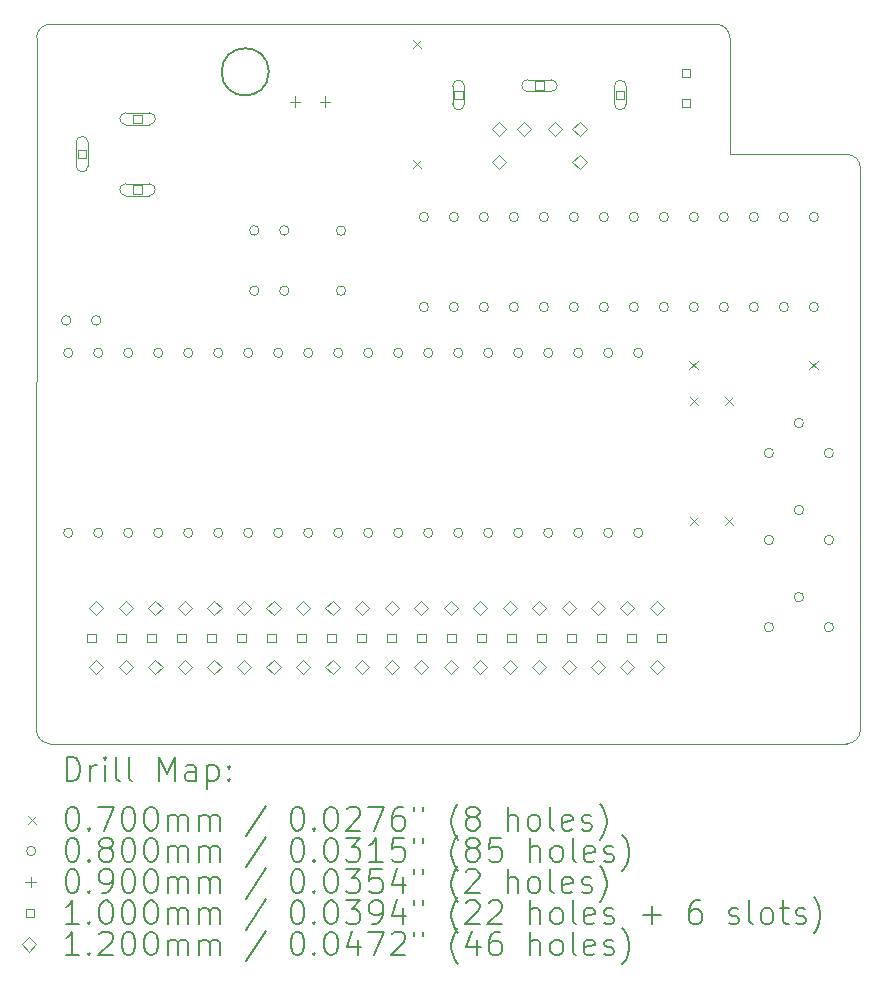
<source format=gbr>
%TF.GenerationSoftware,KiCad,Pcbnew,9.0.3*%
%TF.CreationDate,2025-11-18T23:41:25+00:00*%
%TF.ProjectId,EinsteinTC01PS2Mini,45696e73-7465-4696-9e54-433031505332,rev?*%
%TF.SameCoordinates,Original*%
%TF.FileFunction,Drillmap*%
%TF.FilePolarity,Positive*%
%FSLAX45Y45*%
G04 Gerber Fmt 4.5, Leading zero omitted, Abs format (unit mm)*
G04 Created by KiCad (PCBNEW 9.0.3) date 2025-11-18 23:41:25*
%MOMM*%
%LPD*%
G01*
G04 APERTURE LIST*
%ADD10C,0.150000*%
%ADD11C,0.100000*%
%ADD12C,0.200000*%
%ADD13C,0.120000*%
G04 APERTURE END LIST*
D10*
X18663000Y-8119000D02*
G75*
G02*
X18263000Y-8119000I-200000J0D01*
G01*
X18263000Y-8119000D02*
G75*
G02*
X18663000Y-8119000I200000J0D01*
G01*
D11*
X22566000Y-8818000D02*
X23555998Y-8818000D01*
X16696609Y-7830004D02*
G75*
G02*
X16810613Y-7716000I114000J4D01*
G01*
X23671000Y-8932000D02*
X23671000Y-13692000D01*
X16810613Y-7716000D02*
X22452000Y-7716000D01*
X23556996Y-8817996D02*
G75*
G02*
X23671000Y-8932000I4J-114000D01*
G01*
X22566000Y-7830004D02*
X22566000Y-8818000D01*
X22452000Y-7716000D02*
G75*
G02*
X22566004Y-7830004I4J-114000D01*
G01*
X16696000Y-13692000D02*
X16696609Y-7830007D01*
X16810004Y-13806004D02*
G75*
G02*
X16695996Y-13692000I-4J114004D01*
G01*
X23557000Y-13806000D02*
X16810000Y-13806000D01*
X23671000Y-13691996D02*
G75*
G02*
X23556996Y-13805996I-114000J0D01*
G01*
D12*
D11*
X19884000Y-7848000D02*
X19954000Y-7918000D01*
X19954000Y-7848000D02*
X19884000Y-7918000D01*
X19884000Y-8864000D02*
X19954000Y-8934000D01*
X19954000Y-8864000D02*
X19884000Y-8934000D01*
X22223000Y-10567500D02*
X22293000Y-10637500D01*
X22293000Y-10567500D02*
X22223000Y-10637500D01*
X22226000Y-10868500D02*
X22296000Y-10938500D01*
X22296000Y-10868500D02*
X22226000Y-10938500D01*
X22226000Y-11884500D02*
X22296000Y-11954500D01*
X22296000Y-11884500D02*
X22226000Y-11954500D01*
X22527000Y-10868500D02*
X22597000Y-10938500D01*
X22597000Y-10868500D02*
X22527000Y-10938500D01*
X22527000Y-11884500D02*
X22597000Y-11954500D01*
X22597000Y-11884500D02*
X22527000Y-11954500D01*
X23239000Y-10567500D02*
X23309000Y-10637500D01*
X23309000Y-10567500D02*
X23239000Y-10637500D01*
X16987000Y-10224000D02*
G75*
G02*
X16907000Y-10224000I-40000J0D01*
G01*
X16907000Y-10224000D02*
G75*
G02*
X16987000Y-10224000I40000J0D01*
G01*
X17005000Y-10498000D02*
G75*
G02*
X16925000Y-10498000I-40000J0D01*
G01*
X16925000Y-10498000D02*
G75*
G02*
X17005000Y-10498000I40000J0D01*
G01*
X17005000Y-12022000D02*
G75*
G02*
X16925000Y-12022000I-40000J0D01*
G01*
X16925000Y-12022000D02*
G75*
G02*
X17005000Y-12022000I40000J0D01*
G01*
X17241000Y-10224000D02*
G75*
G02*
X17161000Y-10224000I-40000J0D01*
G01*
X17161000Y-10224000D02*
G75*
G02*
X17241000Y-10224000I40000J0D01*
G01*
X17259000Y-10498000D02*
G75*
G02*
X17179000Y-10498000I-40000J0D01*
G01*
X17179000Y-10498000D02*
G75*
G02*
X17259000Y-10498000I40000J0D01*
G01*
X17259000Y-12022000D02*
G75*
G02*
X17179000Y-12022000I-40000J0D01*
G01*
X17179000Y-12022000D02*
G75*
G02*
X17259000Y-12022000I40000J0D01*
G01*
X17513000Y-10498000D02*
G75*
G02*
X17433000Y-10498000I-40000J0D01*
G01*
X17433000Y-10498000D02*
G75*
G02*
X17513000Y-10498000I40000J0D01*
G01*
X17513000Y-12022000D02*
G75*
G02*
X17433000Y-12022000I-40000J0D01*
G01*
X17433000Y-12022000D02*
G75*
G02*
X17513000Y-12022000I40000J0D01*
G01*
X17767000Y-10498000D02*
G75*
G02*
X17687000Y-10498000I-40000J0D01*
G01*
X17687000Y-10498000D02*
G75*
G02*
X17767000Y-10498000I40000J0D01*
G01*
X17767000Y-12022000D02*
G75*
G02*
X17687000Y-12022000I-40000J0D01*
G01*
X17687000Y-12022000D02*
G75*
G02*
X17767000Y-12022000I40000J0D01*
G01*
X18021000Y-10498000D02*
G75*
G02*
X17941000Y-10498000I-40000J0D01*
G01*
X17941000Y-10498000D02*
G75*
G02*
X18021000Y-10498000I40000J0D01*
G01*
X18021000Y-12022000D02*
G75*
G02*
X17941000Y-12022000I-40000J0D01*
G01*
X17941000Y-12022000D02*
G75*
G02*
X18021000Y-12022000I40000J0D01*
G01*
X18275000Y-10498000D02*
G75*
G02*
X18195000Y-10498000I-40000J0D01*
G01*
X18195000Y-10498000D02*
G75*
G02*
X18275000Y-10498000I40000J0D01*
G01*
X18275000Y-12022000D02*
G75*
G02*
X18195000Y-12022000I-40000J0D01*
G01*
X18195000Y-12022000D02*
G75*
G02*
X18275000Y-12022000I40000J0D01*
G01*
X18529000Y-10498000D02*
G75*
G02*
X18449000Y-10498000I-40000J0D01*
G01*
X18449000Y-10498000D02*
G75*
G02*
X18529000Y-10498000I40000J0D01*
G01*
X18529000Y-12022000D02*
G75*
G02*
X18449000Y-12022000I-40000J0D01*
G01*
X18449000Y-12022000D02*
G75*
G02*
X18529000Y-12022000I40000J0D01*
G01*
X18580000Y-9461000D02*
G75*
G02*
X18500000Y-9461000I-40000J0D01*
G01*
X18500000Y-9461000D02*
G75*
G02*
X18580000Y-9461000I40000J0D01*
G01*
X18580000Y-9973000D02*
G75*
G02*
X18500000Y-9973000I-40000J0D01*
G01*
X18500000Y-9973000D02*
G75*
G02*
X18580000Y-9973000I40000J0D01*
G01*
X18783000Y-10498000D02*
G75*
G02*
X18703000Y-10498000I-40000J0D01*
G01*
X18703000Y-10498000D02*
G75*
G02*
X18783000Y-10498000I40000J0D01*
G01*
X18783000Y-12022000D02*
G75*
G02*
X18703000Y-12022000I-40000J0D01*
G01*
X18703000Y-12022000D02*
G75*
G02*
X18783000Y-12022000I40000J0D01*
G01*
X18834000Y-9461000D02*
G75*
G02*
X18754000Y-9461000I-40000J0D01*
G01*
X18754000Y-9461000D02*
G75*
G02*
X18834000Y-9461000I40000J0D01*
G01*
X18834000Y-9973000D02*
G75*
G02*
X18754000Y-9973000I-40000J0D01*
G01*
X18754000Y-9973000D02*
G75*
G02*
X18834000Y-9973000I40000J0D01*
G01*
X19037000Y-10498000D02*
G75*
G02*
X18957000Y-10498000I-40000J0D01*
G01*
X18957000Y-10498000D02*
G75*
G02*
X19037000Y-10498000I40000J0D01*
G01*
X19037000Y-12022000D02*
G75*
G02*
X18957000Y-12022000I-40000J0D01*
G01*
X18957000Y-12022000D02*
G75*
G02*
X19037000Y-12022000I40000J0D01*
G01*
X19291000Y-10498000D02*
G75*
G02*
X19211000Y-10498000I-40000J0D01*
G01*
X19211000Y-10498000D02*
G75*
G02*
X19291000Y-10498000I40000J0D01*
G01*
X19291000Y-12022000D02*
G75*
G02*
X19211000Y-12022000I-40000J0D01*
G01*
X19211000Y-12022000D02*
G75*
G02*
X19291000Y-12022000I40000J0D01*
G01*
X19314000Y-9463000D02*
G75*
G02*
X19234000Y-9463000I-40000J0D01*
G01*
X19234000Y-9463000D02*
G75*
G02*
X19314000Y-9463000I40000J0D01*
G01*
X19314000Y-9971000D02*
G75*
G02*
X19234000Y-9971000I-40000J0D01*
G01*
X19234000Y-9971000D02*
G75*
G02*
X19314000Y-9971000I40000J0D01*
G01*
X19545000Y-10498000D02*
G75*
G02*
X19465000Y-10498000I-40000J0D01*
G01*
X19465000Y-10498000D02*
G75*
G02*
X19545000Y-10498000I40000J0D01*
G01*
X19545000Y-12022000D02*
G75*
G02*
X19465000Y-12022000I-40000J0D01*
G01*
X19465000Y-12022000D02*
G75*
G02*
X19545000Y-12022000I40000J0D01*
G01*
X19799000Y-10498000D02*
G75*
G02*
X19719000Y-10498000I-40000J0D01*
G01*
X19719000Y-10498000D02*
G75*
G02*
X19799000Y-10498000I40000J0D01*
G01*
X19799000Y-12022000D02*
G75*
G02*
X19719000Y-12022000I-40000J0D01*
G01*
X19719000Y-12022000D02*
G75*
G02*
X19799000Y-12022000I40000J0D01*
G01*
X20016000Y-9348000D02*
G75*
G02*
X19936000Y-9348000I-40000J0D01*
G01*
X19936000Y-9348000D02*
G75*
G02*
X20016000Y-9348000I40000J0D01*
G01*
X20016000Y-10110000D02*
G75*
G02*
X19936000Y-10110000I-40000J0D01*
G01*
X19936000Y-10110000D02*
G75*
G02*
X20016000Y-10110000I40000J0D01*
G01*
X20053000Y-10498000D02*
G75*
G02*
X19973000Y-10498000I-40000J0D01*
G01*
X19973000Y-10498000D02*
G75*
G02*
X20053000Y-10498000I40000J0D01*
G01*
X20053000Y-12022000D02*
G75*
G02*
X19973000Y-12022000I-40000J0D01*
G01*
X19973000Y-12022000D02*
G75*
G02*
X20053000Y-12022000I40000J0D01*
G01*
X20270000Y-9348000D02*
G75*
G02*
X20190000Y-9348000I-40000J0D01*
G01*
X20190000Y-9348000D02*
G75*
G02*
X20270000Y-9348000I40000J0D01*
G01*
X20270000Y-10110000D02*
G75*
G02*
X20190000Y-10110000I-40000J0D01*
G01*
X20190000Y-10110000D02*
G75*
G02*
X20270000Y-10110000I40000J0D01*
G01*
X20307000Y-10498000D02*
G75*
G02*
X20227000Y-10498000I-40000J0D01*
G01*
X20227000Y-10498000D02*
G75*
G02*
X20307000Y-10498000I40000J0D01*
G01*
X20307000Y-12022000D02*
G75*
G02*
X20227000Y-12022000I-40000J0D01*
G01*
X20227000Y-12022000D02*
G75*
G02*
X20307000Y-12022000I40000J0D01*
G01*
X20524000Y-9348000D02*
G75*
G02*
X20444000Y-9348000I-40000J0D01*
G01*
X20444000Y-9348000D02*
G75*
G02*
X20524000Y-9348000I40000J0D01*
G01*
X20524000Y-10110000D02*
G75*
G02*
X20444000Y-10110000I-40000J0D01*
G01*
X20444000Y-10110000D02*
G75*
G02*
X20524000Y-10110000I40000J0D01*
G01*
X20561000Y-10498000D02*
G75*
G02*
X20481000Y-10498000I-40000J0D01*
G01*
X20481000Y-10498000D02*
G75*
G02*
X20561000Y-10498000I40000J0D01*
G01*
X20561000Y-12022000D02*
G75*
G02*
X20481000Y-12022000I-40000J0D01*
G01*
X20481000Y-12022000D02*
G75*
G02*
X20561000Y-12022000I40000J0D01*
G01*
X20778000Y-9348000D02*
G75*
G02*
X20698000Y-9348000I-40000J0D01*
G01*
X20698000Y-9348000D02*
G75*
G02*
X20778000Y-9348000I40000J0D01*
G01*
X20778000Y-10110000D02*
G75*
G02*
X20698000Y-10110000I-40000J0D01*
G01*
X20698000Y-10110000D02*
G75*
G02*
X20778000Y-10110000I40000J0D01*
G01*
X20815000Y-10498000D02*
G75*
G02*
X20735000Y-10498000I-40000J0D01*
G01*
X20735000Y-10498000D02*
G75*
G02*
X20815000Y-10498000I40000J0D01*
G01*
X20815000Y-12022000D02*
G75*
G02*
X20735000Y-12022000I-40000J0D01*
G01*
X20735000Y-12022000D02*
G75*
G02*
X20815000Y-12022000I40000J0D01*
G01*
X21032000Y-9348000D02*
G75*
G02*
X20952000Y-9348000I-40000J0D01*
G01*
X20952000Y-9348000D02*
G75*
G02*
X21032000Y-9348000I40000J0D01*
G01*
X21032000Y-10110000D02*
G75*
G02*
X20952000Y-10110000I-40000J0D01*
G01*
X20952000Y-10110000D02*
G75*
G02*
X21032000Y-10110000I40000J0D01*
G01*
X21069000Y-10498000D02*
G75*
G02*
X20989000Y-10498000I-40000J0D01*
G01*
X20989000Y-10498000D02*
G75*
G02*
X21069000Y-10498000I40000J0D01*
G01*
X21069000Y-12022000D02*
G75*
G02*
X20989000Y-12022000I-40000J0D01*
G01*
X20989000Y-12022000D02*
G75*
G02*
X21069000Y-12022000I40000J0D01*
G01*
X21286000Y-9348000D02*
G75*
G02*
X21206000Y-9348000I-40000J0D01*
G01*
X21206000Y-9348000D02*
G75*
G02*
X21286000Y-9348000I40000J0D01*
G01*
X21286000Y-10110000D02*
G75*
G02*
X21206000Y-10110000I-40000J0D01*
G01*
X21206000Y-10110000D02*
G75*
G02*
X21286000Y-10110000I40000J0D01*
G01*
X21323000Y-10498000D02*
G75*
G02*
X21243000Y-10498000I-40000J0D01*
G01*
X21243000Y-10498000D02*
G75*
G02*
X21323000Y-10498000I40000J0D01*
G01*
X21323000Y-12022000D02*
G75*
G02*
X21243000Y-12022000I-40000J0D01*
G01*
X21243000Y-12022000D02*
G75*
G02*
X21323000Y-12022000I40000J0D01*
G01*
X21540000Y-9348000D02*
G75*
G02*
X21460000Y-9348000I-40000J0D01*
G01*
X21460000Y-9348000D02*
G75*
G02*
X21540000Y-9348000I40000J0D01*
G01*
X21540000Y-10110000D02*
G75*
G02*
X21460000Y-10110000I-40000J0D01*
G01*
X21460000Y-10110000D02*
G75*
G02*
X21540000Y-10110000I40000J0D01*
G01*
X21577000Y-10498000D02*
G75*
G02*
X21497000Y-10498000I-40000J0D01*
G01*
X21497000Y-10498000D02*
G75*
G02*
X21577000Y-10498000I40000J0D01*
G01*
X21577000Y-12022000D02*
G75*
G02*
X21497000Y-12022000I-40000J0D01*
G01*
X21497000Y-12022000D02*
G75*
G02*
X21577000Y-12022000I40000J0D01*
G01*
X21794000Y-9348000D02*
G75*
G02*
X21714000Y-9348000I-40000J0D01*
G01*
X21714000Y-9348000D02*
G75*
G02*
X21794000Y-9348000I40000J0D01*
G01*
X21794000Y-10110000D02*
G75*
G02*
X21714000Y-10110000I-40000J0D01*
G01*
X21714000Y-10110000D02*
G75*
G02*
X21794000Y-10110000I40000J0D01*
G01*
X21831000Y-10498000D02*
G75*
G02*
X21751000Y-10498000I-40000J0D01*
G01*
X21751000Y-10498000D02*
G75*
G02*
X21831000Y-10498000I40000J0D01*
G01*
X21831000Y-12022000D02*
G75*
G02*
X21751000Y-12022000I-40000J0D01*
G01*
X21751000Y-12022000D02*
G75*
G02*
X21831000Y-12022000I40000J0D01*
G01*
X22048000Y-9348000D02*
G75*
G02*
X21968000Y-9348000I-40000J0D01*
G01*
X21968000Y-9348000D02*
G75*
G02*
X22048000Y-9348000I40000J0D01*
G01*
X22048000Y-10110000D02*
G75*
G02*
X21968000Y-10110000I-40000J0D01*
G01*
X21968000Y-10110000D02*
G75*
G02*
X22048000Y-10110000I40000J0D01*
G01*
X22302000Y-9348000D02*
G75*
G02*
X22222000Y-9348000I-40000J0D01*
G01*
X22222000Y-9348000D02*
G75*
G02*
X22302000Y-9348000I40000J0D01*
G01*
X22302000Y-10110000D02*
G75*
G02*
X22222000Y-10110000I-40000J0D01*
G01*
X22222000Y-10110000D02*
G75*
G02*
X22302000Y-10110000I40000J0D01*
G01*
X22556000Y-9348000D02*
G75*
G02*
X22476000Y-9348000I-40000J0D01*
G01*
X22476000Y-9348000D02*
G75*
G02*
X22556000Y-9348000I40000J0D01*
G01*
X22556000Y-10110000D02*
G75*
G02*
X22476000Y-10110000I-40000J0D01*
G01*
X22476000Y-10110000D02*
G75*
G02*
X22556000Y-10110000I40000J0D01*
G01*
X22810000Y-9348000D02*
G75*
G02*
X22730000Y-9348000I-40000J0D01*
G01*
X22730000Y-9348000D02*
G75*
G02*
X22810000Y-9348000I40000J0D01*
G01*
X22810000Y-10110000D02*
G75*
G02*
X22730000Y-10110000I-40000J0D01*
G01*
X22730000Y-10110000D02*
G75*
G02*
X22810000Y-10110000I40000J0D01*
G01*
X22937000Y-11345500D02*
G75*
G02*
X22857000Y-11345500I-40000J0D01*
G01*
X22857000Y-11345500D02*
G75*
G02*
X22937000Y-11345500I40000J0D01*
G01*
X22937000Y-12081500D02*
G75*
G02*
X22857000Y-12081500I-40000J0D01*
G01*
X22857000Y-12081500D02*
G75*
G02*
X22937000Y-12081500I40000J0D01*
G01*
X22937000Y-12820500D02*
G75*
G02*
X22857000Y-12820500I-40000J0D01*
G01*
X22857000Y-12820500D02*
G75*
G02*
X22937000Y-12820500I40000J0D01*
G01*
X23064000Y-9348000D02*
G75*
G02*
X22984000Y-9348000I-40000J0D01*
G01*
X22984000Y-9348000D02*
G75*
G02*
X23064000Y-9348000I40000J0D01*
G01*
X23064000Y-10110000D02*
G75*
G02*
X22984000Y-10110000I-40000J0D01*
G01*
X22984000Y-10110000D02*
G75*
G02*
X23064000Y-10110000I40000J0D01*
G01*
X23191000Y-11091500D02*
G75*
G02*
X23111000Y-11091500I-40000J0D01*
G01*
X23111000Y-11091500D02*
G75*
G02*
X23191000Y-11091500I40000J0D01*
G01*
X23191000Y-11827500D02*
G75*
G02*
X23111000Y-11827500I-40000J0D01*
G01*
X23111000Y-11827500D02*
G75*
G02*
X23191000Y-11827500I40000J0D01*
G01*
X23191000Y-12566500D02*
G75*
G02*
X23111000Y-12566500I-40000J0D01*
G01*
X23111000Y-12566500D02*
G75*
G02*
X23191000Y-12566500I40000J0D01*
G01*
X23318000Y-9348000D02*
G75*
G02*
X23238000Y-9348000I-40000J0D01*
G01*
X23238000Y-9348000D02*
G75*
G02*
X23318000Y-9348000I40000J0D01*
G01*
X23318000Y-10110000D02*
G75*
G02*
X23238000Y-10110000I-40000J0D01*
G01*
X23238000Y-10110000D02*
G75*
G02*
X23318000Y-10110000I40000J0D01*
G01*
X23445000Y-11345500D02*
G75*
G02*
X23365000Y-11345500I-40000J0D01*
G01*
X23365000Y-11345500D02*
G75*
G02*
X23445000Y-11345500I40000J0D01*
G01*
X23445000Y-12081500D02*
G75*
G02*
X23365000Y-12081500I-40000J0D01*
G01*
X23365000Y-12081500D02*
G75*
G02*
X23445000Y-12081500I40000J0D01*
G01*
X23445000Y-12820500D02*
G75*
G02*
X23365000Y-12820500I-40000J0D01*
G01*
X23365000Y-12820500D02*
G75*
G02*
X23445000Y-12820500I40000J0D01*
G01*
X18885000Y-8326000D02*
X18885000Y-8416000D01*
X18840000Y-8371000D02*
X18930000Y-8371000D01*
X19139000Y-8326000D02*
X19139000Y-8416000D01*
X19094000Y-8371000D02*
X19184000Y-8371000D01*
X17117356Y-8851356D02*
X17117356Y-8780644D01*
X17046644Y-8780644D01*
X17046644Y-8851356D01*
X17117356Y-8851356D01*
X17032000Y-8716000D02*
X17032000Y-8916000D01*
X17132000Y-8916000D02*
G75*
G02*
X17032000Y-8916000I-50000J0D01*
G01*
X17132000Y-8916000D02*
X17132000Y-8716000D01*
X17132000Y-8716000D02*
G75*
G03*
X17032000Y-8716000I-50000J0D01*
G01*
X17198356Y-12945356D02*
X17198356Y-12874644D01*
X17127644Y-12874644D01*
X17127644Y-12945356D01*
X17198356Y-12945356D01*
X17452356Y-12945356D02*
X17452356Y-12874644D01*
X17381644Y-12874644D01*
X17381644Y-12945356D01*
X17452356Y-12945356D01*
X17587356Y-8551356D02*
X17587356Y-8480644D01*
X17516644Y-8480644D01*
X17516644Y-8551356D01*
X17587356Y-8551356D01*
X17652000Y-8466000D02*
X17452000Y-8466000D01*
X17452000Y-8566000D02*
G75*
G02*
X17452000Y-8466000I0J50000D01*
G01*
X17452000Y-8566000D02*
X17652000Y-8566000D01*
X17652000Y-8566000D02*
G75*
G03*
X17652000Y-8466000I0J50000D01*
G01*
X17587356Y-9151356D02*
X17587356Y-9080644D01*
X17516644Y-9080644D01*
X17516644Y-9151356D01*
X17587356Y-9151356D01*
X17652000Y-9066000D02*
X17452000Y-9066000D01*
X17452000Y-9166000D02*
G75*
G02*
X17452000Y-9066000I0J50000D01*
G01*
X17452000Y-9166000D02*
X17652000Y-9166000D01*
X17652000Y-9166000D02*
G75*
G03*
X17652000Y-9066000I0J50000D01*
G01*
X17706356Y-12945356D02*
X17706356Y-12874644D01*
X17635644Y-12874644D01*
X17635644Y-12945356D01*
X17706356Y-12945356D01*
X17960356Y-12945356D02*
X17960356Y-12874644D01*
X17889644Y-12874644D01*
X17889644Y-12945356D01*
X17960356Y-12945356D01*
X18214356Y-12945356D02*
X18214356Y-12874644D01*
X18143644Y-12874644D01*
X18143644Y-12945356D01*
X18214356Y-12945356D01*
X18468356Y-12945356D02*
X18468356Y-12874644D01*
X18397644Y-12874644D01*
X18397644Y-12945356D01*
X18468356Y-12945356D01*
X18722356Y-12945356D02*
X18722356Y-12874644D01*
X18651644Y-12874644D01*
X18651644Y-12945356D01*
X18722356Y-12945356D01*
X18976356Y-12945356D02*
X18976356Y-12874644D01*
X18905644Y-12874644D01*
X18905644Y-12945356D01*
X18976356Y-12945356D01*
X19230356Y-12945356D02*
X19230356Y-12874644D01*
X19159644Y-12874644D01*
X19159644Y-12945356D01*
X19230356Y-12945356D01*
X19484356Y-12945356D02*
X19484356Y-12874644D01*
X19413644Y-12874644D01*
X19413644Y-12945356D01*
X19484356Y-12945356D01*
X19738356Y-12945356D02*
X19738356Y-12874644D01*
X19667644Y-12874644D01*
X19667644Y-12945356D01*
X19738356Y-12945356D01*
X19992356Y-12945356D02*
X19992356Y-12874644D01*
X19921644Y-12874644D01*
X19921644Y-12945356D01*
X19992356Y-12945356D01*
X20246356Y-12945356D02*
X20246356Y-12874644D01*
X20175644Y-12874644D01*
X20175644Y-12945356D01*
X20246356Y-12945356D01*
X20304356Y-8350356D02*
X20304356Y-8279644D01*
X20233644Y-8279644D01*
X20233644Y-8350356D01*
X20304356Y-8350356D01*
X20319000Y-8390000D02*
X20319000Y-8240000D01*
X20219000Y-8240000D02*
G75*
G02*
X20319000Y-8240000I50000J0D01*
G01*
X20219000Y-8240000D02*
X20219000Y-8390000D01*
X20219000Y-8390000D02*
G75*
G03*
X20319000Y-8390000I50000J0D01*
G01*
X20500356Y-12945356D02*
X20500356Y-12874644D01*
X20429644Y-12874644D01*
X20429644Y-12945356D01*
X20500356Y-12945356D01*
X20754356Y-12945356D02*
X20754356Y-12874644D01*
X20683644Y-12874644D01*
X20683644Y-12945356D01*
X20754356Y-12945356D01*
X20989356Y-8270356D02*
X20989356Y-8199644D01*
X20918644Y-8199644D01*
X20918644Y-8270356D01*
X20989356Y-8270356D01*
X21054000Y-8185000D02*
X20854000Y-8185000D01*
X20854000Y-8285000D02*
G75*
G02*
X20854000Y-8185000I0J50000D01*
G01*
X20854000Y-8285000D02*
X21054000Y-8285000D01*
X21054000Y-8285000D02*
G75*
G03*
X21054000Y-8185000I0J50000D01*
G01*
X21008356Y-12945356D02*
X21008356Y-12874644D01*
X20937644Y-12874644D01*
X20937644Y-12945356D01*
X21008356Y-12945356D01*
X21262356Y-12945356D02*
X21262356Y-12874644D01*
X21191644Y-12874644D01*
X21191644Y-12945356D01*
X21262356Y-12945356D01*
X21516356Y-12945356D02*
X21516356Y-12874644D01*
X21445644Y-12874644D01*
X21445644Y-12945356D01*
X21516356Y-12945356D01*
X21674356Y-8350356D02*
X21674356Y-8279644D01*
X21603644Y-8279644D01*
X21603644Y-8350356D01*
X21674356Y-8350356D01*
X21689000Y-8390000D02*
X21689000Y-8240000D01*
X21589000Y-8240000D02*
G75*
G02*
X21689000Y-8240000I50000J0D01*
G01*
X21589000Y-8240000D02*
X21589000Y-8390000D01*
X21589000Y-8390000D02*
G75*
G03*
X21689000Y-8390000I50000J0D01*
G01*
X21770356Y-12945356D02*
X21770356Y-12874644D01*
X21699644Y-12874644D01*
X21699644Y-12945356D01*
X21770356Y-12945356D01*
X22024356Y-12945356D02*
X22024356Y-12874644D01*
X21953644Y-12874644D01*
X21953644Y-12945356D01*
X22024356Y-12945356D01*
X22231356Y-8165356D02*
X22231356Y-8094644D01*
X22160644Y-8094644D01*
X22160644Y-8165356D01*
X22231356Y-8165356D01*
X22231356Y-8415356D02*
X22231356Y-8344644D01*
X22160644Y-8344644D01*
X22160644Y-8415356D01*
X22231356Y-8415356D01*
D13*
X17203000Y-12720000D02*
X17263000Y-12660000D01*
X17203000Y-12600000D01*
X17143000Y-12660000D01*
X17203000Y-12720000D01*
X17203000Y-13220000D02*
X17263000Y-13160000D01*
X17203000Y-13100000D01*
X17143000Y-13160000D01*
X17203000Y-13220000D01*
X17453000Y-12720000D02*
X17513000Y-12660000D01*
X17453000Y-12600000D01*
X17393000Y-12660000D01*
X17453000Y-12720000D01*
X17453000Y-13220000D02*
X17513000Y-13160000D01*
X17453000Y-13100000D01*
X17393000Y-13160000D01*
X17453000Y-13220000D01*
X17703000Y-12720000D02*
X17763000Y-12660000D01*
X17703000Y-12600000D01*
X17643000Y-12660000D01*
X17703000Y-12720000D01*
X17703000Y-13220000D02*
X17763000Y-13160000D01*
X17703000Y-13100000D01*
X17643000Y-13160000D01*
X17703000Y-13220000D01*
X17953000Y-12720000D02*
X18013000Y-12660000D01*
X17953000Y-12600000D01*
X17893000Y-12660000D01*
X17953000Y-12720000D01*
X17953000Y-13220000D02*
X18013000Y-13160000D01*
X17953000Y-13100000D01*
X17893000Y-13160000D01*
X17953000Y-13220000D01*
X18203000Y-12720000D02*
X18263000Y-12660000D01*
X18203000Y-12600000D01*
X18143000Y-12660000D01*
X18203000Y-12720000D01*
X18203000Y-13220000D02*
X18263000Y-13160000D01*
X18203000Y-13100000D01*
X18143000Y-13160000D01*
X18203000Y-13220000D01*
X18453000Y-12720000D02*
X18513000Y-12660000D01*
X18453000Y-12600000D01*
X18393000Y-12660000D01*
X18453000Y-12720000D01*
X18453000Y-13220000D02*
X18513000Y-13160000D01*
X18453000Y-13100000D01*
X18393000Y-13160000D01*
X18453000Y-13220000D01*
X18703000Y-12720000D02*
X18763000Y-12660000D01*
X18703000Y-12600000D01*
X18643000Y-12660000D01*
X18703000Y-12720000D01*
X18703000Y-13220000D02*
X18763000Y-13160000D01*
X18703000Y-13100000D01*
X18643000Y-13160000D01*
X18703000Y-13220000D01*
X18953000Y-12720000D02*
X19013000Y-12660000D01*
X18953000Y-12600000D01*
X18893000Y-12660000D01*
X18953000Y-12720000D01*
X18953000Y-13220000D02*
X19013000Y-13160000D01*
X18953000Y-13100000D01*
X18893000Y-13160000D01*
X18953000Y-13220000D01*
X19203000Y-12720000D02*
X19263000Y-12660000D01*
X19203000Y-12600000D01*
X19143000Y-12660000D01*
X19203000Y-12720000D01*
X19203000Y-13220000D02*
X19263000Y-13160000D01*
X19203000Y-13100000D01*
X19143000Y-13160000D01*
X19203000Y-13220000D01*
X19453000Y-12720000D02*
X19513000Y-12660000D01*
X19453000Y-12600000D01*
X19393000Y-12660000D01*
X19453000Y-12720000D01*
X19453000Y-13220000D02*
X19513000Y-13160000D01*
X19453000Y-13100000D01*
X19393000Y-13160000D01*
X19453000Y-13220000D01*
X19703000Y-12720000D02*
X19763000Y-12660000D01*
X19703000Y-12600000D01*
X19643000Y-12660000D01*
X19703000Y-12720000D01*
X19703000Y-13220000D02*
X19763000Y-13160000D01*
X19703000Y-13100000D01*
X19643000Y-13160000D01*
X19703000Y-13220000D01*
X19953000Y-12720000D02*
X20013000Y-12660000D01*
X19953000Y-12600000D01*
X19893000Y-12660000D01*
X19953000Y-12720000D01*
X19953000Y-13220000D02*
X20013000Y-13160000D01*
X19953000Y-13100000D01*
X19893000Y-13160000D01*
X19953000Y-13220000D01*
X20203000Y-12720000D02*
X20263000Y-12660000D01*
X20203000Y-12600000D01*
X20143000Y-12660000D01*
X20203000Y-12720000D01*
X20203000Y-13220000D02*
X20263000Y-13160000D01*
X20203000Y-13100000D01*
X20143000Y-13160000D01*
X20203000Y-13220000D01*
X20453000Y-12720000D02*
X20513000Y-12660000D01*
X20453000Y-12600000D01*
X20393000Y-12660000D01*
X20453000Y-12720000D01*
X20453000Y-13220000D02*
X20513000Y-13160000D01*
X20453000Y-13100000D01*
X20393000Y-13160000D01*
X20453000Y-13220000D01*
X20614000Y-8660000D02*
X20674000Y-8600000D01*
X20614000Y-8540000D01*
X20554000Y-8600000D01*
X20614000Y-8660000D01*
X20614000Y-8940000D02*
X20674000Y-8880000D01*
X20614000Y-8820000D01*
X20554000Y-8880000D01*
X20614000Y-8940000D01*
X20703000Y-12720000D02*
X20763000Y-12660000D01*
X20703000Y-12600000D01*
X20643000Y-12660000D01*
X20703000Y-12720000D01*
X20703000Y-13220000D02*
X20763000Y-13160000D01*
X20703000Y-13100000D01*
X20643000Y-13160000D01*
X20703000Y-13220000D01*
X20824000Y-8660000D02*
X20884000Y-8600000D01*
X20824000Y-8540000D01*
X20764000Y-8600000D01*
X20824000Y-8660000D01*
X20953000Y-12720000D02*
X21013000Y-12660000D01*
X20953000Y-12600000D01*
X20893000Y-12660000D01*
X20953000Y-12720000D01*
X20953000Y-13220000D02*
X21013000Y-13160000D01*
X20953000Y-13100000D01*
X20893000Y-13160000D01*
X20953000Y-13220000D01*
X21084000Y-8660000D02*
X21144000Y-8600000D01*
X21084000Y-8540000D01*
X21024000Y-8600000D01*
X21084000Y-8660000D01*
X21203000Y-12720000D02*
X21263000Y-12660000D01*
X21203000Y-12600000D01*
X21143000Y-12660000D01*
X21203000Y-12720000D01*
X21203000Y-13220000D02*
X21263000Y-13160000D01*
X21203000Y-13100000D01*
X21143000Y-13160000D01*
X21203000Y-13220000D01*
X21294000Y-8660000D02*
X21354000Y-8600000D01*
X21294000Y-8540000D01*
X21234000Y-8600000D01*
X21294000Y-8660000D01*
X21294000Y-8940000D02*
X21354000Y-8880000D01*
X21294000Y-8820000D01*
X21234000Y-8880000D01*
X21294000Y-8940000D01*
X21453000Y-12720000D02*
X21513000Y-12660000D01*
X21453000Y-12600000D01*
X21393000Y-12660000D01*
X21453000Y-12720000D01*
X21453000Y-13220000D02*
X21513000Y-13160000D01*
X21453000Y-13100000D01*
X21393000Y-13160000D01*
X21453000Y-13220000D01*
X21699000Y-12720000D02*
X21759000Y-12660000D01*
X21699000Y-12600000D01*
X21639000Y-12660000D01*
X21699000Y-12720000D01*
X21699000Y-13220000D02*
X21759000Y-13160000D01*
X21699000Y-13100000D01*
X21639000Y-13160000D01*
X21699000Y-13220000D01*
X21953000Y-12720000D02*
X22013000Y-12660000D01*
X21953000Y-12600000D01*
X21893000Y-12660000D01*
X21953000Y-12720000D01*
X21953000Y-13220000D02*
X22013000Y-13160000D01*
X21953000Y-13100000D01*
X21893000Y-13160000D01*
X21953000Y-13220000D01*
D12*
X16951777Y-14122488D02*
X16951777Y-13922488D01*
X16951777Y-13922488D02*
X16999396Y-13922488D01*
X16999396Y-13922488D02*
X17027967Y-13932012D01*
X17027967Y-13932012D02*
X17047015Y-13951060D01*
X17047015Y-13951060D02*
X17056539Y-13970107D01*
X17056539Y-13970107D02*
X17066063Y-14008202D01*
X17066063Y-14008202D02*
X17066063Y-14036774D01*
X17066063Y-14036774D02*
X17056539Y-14074869D01*
X17056539Y-14074869D02*
X17047015Y-14093917D01*
X17047015Y-14093917D02*
X17027967Y-14112964D01*
X17027967Y-14112964D02*
X16999396Y-14122488D01*
X16999396Y-14122488D02*
X16951777Y-14122488D01*
X17151777Y-14122488D02*
X17151777Y-13989155D01*
X17151777Y-14027250D02*
X17161301Y-14008202D01*
X17161301Y-14008202D02*
X17170824Y-13998679D01*
X17170824Y-13998679D02*
X17189872Y-13989155D01*
X17189872Y-13989155D02*
X17208920Y-13989155D01*
X17275586Y-14122488D02*
X17275586Y-13989155D01*
X17275586Y-13922488D02*
X17266063Y-13932012D01*
X17266063Y-13932012D02*
X17275586Y-13941536D01*
X17275586Y-13941536D02*
X17285110Y-13932012D01*
X17285110Y-13932012D02*
X17275586Y-13922488D01*
X17275586Y-13922488D02*
X17275586Y-13941536D01*
X17399396Y-14122488D02*
X17380348Y-14112964D01*
X17380348Y-14112964D02*
X17370824Y-14093917D01*
X17370824Y-14093917D02*
X17370824Y-13922488D01*
X17504158Y-14122488D02*
X17485110Y-14112964D01*
X17485110Y-14112964D02*
X17475586Y-14093917D01*
X17475586Y-14093917D02*
X17475586Y-13922488D01*
X17732729Y-14122488D02*
X17732729Y-13922488D01*
X17732729Y-13922488D02*
X17799396Y-14065345D01*
X17799396Y-14065345D02*
X17866063Y-13922488D01*
X17866063Y-13922488D02*
X17866063Y-14122488D01*
X18047015Y-14122488D02*
X18047015Y-14017726D01*
X18047015Y-14017726D02*
X18037491Y-13998679D01*
X18037491Y-13998679D02*
X18018444Y-13989155D01*
X18018444Y-13989155D02*
X17980348Y-13989155D01*
X17980348Y-13989155D02*
X17961301Y-13998679D01*
X18047015Y-14112964D02*
X18027967Y-14122488D01*
X18027967Y-14122488D02*
X17980348Y-14122488D01*
X17980348Y-14122488D02*
X17961301Y-14112964D01*
X17961301Y-14112964D02*
X17951777Y-14093917D01*
X17951777Y-14093917D02*
X17951777Y-14074869D01*
X17951777Y-14074869D02*
X17961301Y-14055821D01*
X17961301Y-14055821D02*
X17980348Y-14046298D01*
X17980348Y-14046298D02*
X18027967Y-14046298D01*
X18027967Y-14046298D02*
X18047015Y-14036774D01*
X18142253Y-13989155D02*
X18142253Y-14189155D01*
X18142253Y-13998679D02*
X18161301Y-13989155D01*
X18161301Y-13989155D02*
X18199396Y-13989155D01*
X18199396Y-13989155D02*
X18218444Y-13998679D01*
X18218444Y-13998679D02*
X18227967Y-14008202D01*
X18227967Y-14008202D02*
X18237491Y-14027250D01*
X18237491Y-14027250D02*
X18237491Y-14084393D01*
X18237491Y-14084393D02*
X18227967Y-14103440D01*
X18227967Y-14103440D02*
X18218444Y-14112964D01*
X18218444Y-14112964D02*
X18199396Y-14122488D01*
X18199396Y-14122488D02*
X18161301Y-14122488D01*
X18161301Y-14122488D02*
X18142253Y-14112964D01*
X18323205Y-14103440D02*
X18332729Y-14112964D01*
X18332729Y-14112964D02*
X18323205Y-14122488D01*
X18323205Y-14122488D02*
X18313682Y-14112964D01*
X18313682Y-14112964D02*
X18323205Y-14103440D01*
X18323205Y-14103440D02*
X18323205Y-14122488D01*
X18323205Y-13998679D02*
X18332729Y-14008202D01*
X18332729Y-14008202D02*
X18323205Y-14017726D01*
X18323205Y-14017726D02*
X18313682Y-14008202D01*
X18313682Y-14008202D02*
X18323205Y-13998679D01*
X18323205Y-13998679D02*
X18323205Y-14017726D01*
D11*
X16621000Y-14416004D02*
X16691000Y-14486004D01*
X16691000Y-14416004D02*
X16621000Y-14486004D01*
D12*
X16989872Y-14342488D02*
X17008920Y-14342488D01*
X17008920Y-14342488D02*
X17027967Y-14352012D01*
X17027967Y-14352012D02*
X17037491Y-14361536D01*
X17037491Y-14361536D02*
X17047015Y-14380583D01*
X17047015Y-14380583D02*
X17056539Y-14418679D01*
X17056539Y-14418679D02*
X17056539Y-14466298D01*
X17056539Y-14466298D02*
X17047015Y-14504393D01*
X17047015Y-14504393D02*
X17037491Y-14523440D01*
X17037491Y-14523440D02*
X17027967Y-14532964D01*
X17027967Y-14532964D02*
X17008920Y-14542488D01*
X17008920Y-14542488D02*
X16989872Y-14542488D01*
X16989872Y-14542488D02*
X16970824Y-14532964D01*
X16970824Y-14532964D02*
X16961301Y-14523440D01*
X16961301Y-14523440D02*
X16951777Y-14504393D01*
X16951777Y-14504393D02*
X16942253Y-14466298D01*
X16942253Y-14466298D02*
X16942253Y-14418679D01*
X16942253Y-14418679D02*
X16951777Y-14380583D01*
X16951777Y-14380583D02*
X16961301Y-14361536D01*
X16961301Y-14361536D02*
X16970824Y-14352012D01*
X16970824Y-14352012D02*
X16989872Y-14342488D01*
X17142253Y-14523440D02*
X17151777Y-14532964D01*
X17151777Y-14532964D02*
X17142253Y-14542488D01*
X17142253Y-14542488D02*
X17132729Y-14532964D01*
X17132729Y-14532964D02*
X17142253Y-14523440D01*
X17142253Y-14523440D02*
X17142253Y-14542488D01*
X17218444Y-14342488D02*
X17351777Y-14342488D01*
X17351777Y-14342488D02*
X17266063Y-14542488D01*
X17466063Y-14342488D02*
X17485110Y-14342488D01*
X17485110Y-14342488D02*
X17504158Y-14352012D01*
X17504158Y-14352012D02*
X17513682Y-14361536D01*
X17513682Y-14361536D02*
X17523205Y-14380583D01*
X17523205Y-14380583D02*
X17532729Y-14418679D01*
X17532729Y-14418679D02*
X17532729Y-14466298D01*
X17532729Y-14466298D02*
X17523205Y-14504393D01*
X17523205Y-14504393D02*
X17513682Y-14523440D01*
X17513682Y-14523440D02*
X17504158Y-14532964D01*
X17504158Y-14532964D02*
X17485110Y-14542488D01*
X17485110Y-14542488D02*
X17466063Y-14542488D01*
X17466063Y-14542488D02*
X17447015Y-14532964D01*
X17447015Y-14532964D02*
X17437491Y-14523440D01*
X17437491Y-14523440D02*
X17427967Y-14504393D01*
X17427967Y-14504393D02*
X17418444Y-14466298D01*
X17418444Y-14466298D02*
X17418444Y-14418679D01*
X17418444Y-14418679D02*
X17427967Y-14380583D01*
X17427967Y-14380583D02*
X17437491Y-14361536D01*
X17437491Y-14361536D02*
X17447015Y-14352012D01*
X17447015Y-14352012D02*
X17466063Y-14342488D01*
X17656539Y-14342488D02*
X17675586Y-14342488D01*
X17675586Y-14342488D02*
X17694634Y-14352012D01*
X17694634Y-14352012D02*
X17704158Y-14361536D01*
X17704158Y-14361536D02*
X17713682Y-14380583D01*
X17713682Y-14380583D02*
X17723205Y-14418679D01*
X17723205Y-14418679D02*
X17723205Y-14466298D01*
X17723205Y-14466298D02*
X17713682Y-14504393D01*
X17713682Y-14504393D02*
X17704158Y-14523440D01*
X17704158Y-14523440D02*
X17694634Y-14532964D01*
X17694634Y-14532964D02*
X17675586Y-14542488D01*
X17675586Y-14542488D02*
X17656539Y-14542488D01*
X17656539Y-14542488D02*
X17637491Y-14532964D01*
X17637491Y-14532964D02*
X17627967Y-14523440D01*
X17627967Y-14523440D02*
X17618444Y-14504393D01*
X17618444Y-14504393D02*
X17608920Y-14466298D01*
X17608920Y-14466298D02*
X17608920Y-14418679D01*
X17608920Y-14418679D02*
X17618444Y-14380583D01*
X17618444Y-14380583D02*
X17627967Y-14361536D01*
X17627967Y-14361536D02*
X17637491Y-14352012D01*
X17637491Y-14352012D02*
X17656539Y-14342488D01*
X17808920Y-14542488D02*
X17808920Y-14409155D01*
X17808920Y-14428202D02*
X17818444Y-14418679D01*
X17818444Y-14418679D02*
X17837491Y-14409155D01*
X17837491Y-14409155D02*
X17866063Y-14409155D01*
X17866063Y-14409155D02*
X17885110Y-14418679D01*
X17885110Y-14418679D02*
X17894634Y-14437726D01*
X17894634Y-14437726D02*
X17894634Y-14542488D01*
X17894634Y-14437726D02*
X17904158Y-14418679D01*
X17904158Y-14418679D02*
X17923205Y-14409155D01*
X17923205Y-14409155D02*
X17951777Y-14409155D01*
X17951777Y-14409155D02*
X17970825Y-14418679D01*
X17970825Y-14418679D02*
X17980348Y-14437726D01*
X17980348Y-14437726D02*
X17980348Y-14542488D01*
X18075586Y-14542488D02*
X18075586Y-14409155D01*
X18075586Y-14428202D02*
X18085110Y-14418679D01*
X18085110Y-14418679D02*
X18104158Y-14409155D01*
X18104158Y-14409155D02*
X18132729Y-14409155D01*
X18132729Y-14409155D02*
X18151777Y-14418679D01*
X18151777Y-14418679D02*
X18161301Y-14437726D01*
X18161301Y-14437726D02*
X18161301Y-14542488D01*
X18161301Y-14437726D02*
X18170825Y-14418679D01*
X18170825Y-14418679D02*
X18189872Y-14409155D01*
X18189872Y-14409155D02*
X18218444Y-14409155D01*
X18218444Y-14409155D02*
X18237491Y-14418679D01*
X18237491Y-14418679D02*
X18247015Y-14437726D01*
X18247015Y-14437726D02*
X18247015Y-14542488D01*
X18637491Y-14332964D02*
X18466063Y-14590107D01*
X18894634Y-14342488D02*
X18913682Y-14342488D01*
X18913682Y-14342488D02*
X18932729Y-14352012D01*
X18932729Y-14352012D02*
X18942253Y-14361536D01*
X18942253Y-14361536D02*
X18951777Y-14380583D01*
X18951777Y-14380583D02*
X18961301Y-14418679D01*
X18961301Y-14418679D02*
X18961301Y-14466298D01*
X18961301Y-14466298D02*
X18951777Y-14504393D01*
X18951777Y-14504393D02*
X18942253Y-14523440D01*
X18942253Y-14523440D02*
X18932729Y-14532964D01*
X18932729Y-14532964D02*
X18913682Y-14542488D01*
X18913682Y-14542488D02*
X18894634Y-14542488D01*
X18894634Y-14542488D02*
X18875587Y-14532964D01*
X18875587Y-14532964D02*
X18866063Y-14523440D01*
X18866063Y-14523440D02*
X18856539Y-14504393D01*
X18856539Y-14504393D02*
X18847015Y-14466298D01*
X18847015Y-14466298D02*
X18847015Y-14418679D01*
X18847015Y-14418679D02*
X18856539Y-14380583D01*
X18856539Y-14380583D02*
X18866063Y-14361536D01*
X18866063Y-14361536D02*
X18875587Y-14352012D01*
X18875587Y-14352012D02*
X18894634Y-14342488D01*
X19047015Y-14523440D02*
X19056539Y-14532964D01*
X19056539Y-14532964D02*
X19047015Y-14542488D01*
X19047015Y-14542488D02*
X19037491Y-14532964D01*
X19037491Y-14532964D02*
X19047015Y-14523440D01*
X19047015Y-14523440D02*
X19047015Y-14542488D01*
X19180348Y-14342488D02*
X19199396Y-14342488D01*
X19199396Y-14342488D02*
X19218444Y-14352012D01*
X19218444Y-14352012D02*
X19227968Y-14361536D01*
X19227968Y-14361536D02*
X19237491Y-14380583D01*
X19237491Y-14380583D02*
X19247015Y-14418679D01*
X19247015Y-14418679D02*
X19247015Y-14466298D01*
X19247015Y-14466298D02*
X19237491Y-14504393D01*
X19237491Y-14504393D02*
X19227968Y-14523440D01*
X19227968Y-14523440D02*
X19218444Y-14532964D01*
X19218444Y-14532964D02*
X19199396Y-14542488D01*
X19199396Y-14542488D02*
X19180348Y-14542488D01*
X19180348Y-14542488D02*
X19161301Y-14532964D01*
X19161301Y-14532964D02*
X19151777Y-14523440D01*
X19151777Y-14523440D02*
X19142253Y-14504393D01*
X19142253Y-14504393D02*
X19132729Y-14466298D01*
X19132729Y-14466298D02*
X19132729Y-14418679D01*
X19132729Y-14418679D02*
X19142253Y-14380583D01*
X19142253Y-14380583D02*
X19151777Y-14361536D01*
X19151777Y-14361536D02*
X19161301Y-14352012D01*
X19161301Y-14352012D02*
X19180348Y-14342488D01*
X19323206Y-14361536D02*
X19332729Y-14352012D01*
X19332729Y-14352012D02*
X19351777Y-14342488D01*
X19351777Y-14342488D02*
X19399396Y-14342488D01*
X19399396Y-14342488D02*
X19418444Y-14352012D01*
X19418444Y-14352012D02*
X19427968Y-14361536D01*
X19427968Y-14361536D02*
X19437491Y-14380583D01*
X19437491Y-14380583D02*
X19437491Y-14399631D01*
X19437491Y-14399631D02*
X19427968Y-14428202D01*
X19427968Y-14428202D02*
X19313682Y-14542488D01*
X19313682Y-14542488D02*
X19437491Y-14542488D01*
X19504158Y-14342488D02*
X19637491Y-14342488D01*
X19637491Y-14342488D02*
X19551777Y-14542488D01*
X19799396Y-14342488D02*
X19761301Y-14342488D01*
X19761301Y-14342488D02*
X19742253Y-14352012D01*
X19742253Y-14352012D02*
X19732729Y-14361536D01*
X19732729Y-14361536D02*
X19713682Y-14390107D01*
X19713682Y-14390107D02*
X19704158Y-14428202D01*
X19704158Y-14428202D02*
X19704158Y-14504393D01*
X19704158Y-14504393D02*
X19713682Y-14523440D01*
X19713682Y-14523440D02*
X19723206Y-14532964D01*
X19723206Y-14532964D02*
X19742253Y-14542488D01*
X19742253Y-14542488D02*
X19780349Y-14542488D01*
X19780349Y-14542488D02*
X19799396Y-14532964D01*
X19799396Y-14532964D02*
X19808920Y-14523440D01*
X19808920Y-14523440D02*
X19818444Y-14504393D01*
X19818444Y-14504393D02*
X19818444Y-14456774D01*
X19818444Y-14456774D02*
X19808920Y-14437726D01*
X19808920Y-14437726D02*
X19799396Y-14428202D01*
X19799396Y-14428202D02*
X19780349Y-14418679D01*
X19780349Y-14418679D02*
X19742253Y-14418679D01*
X19742253Y-14418679D02*
X19723206Y-14428202D01*
X19723206Y-14428202D02*
X19713682Y-14437726D01*
X19713682Y-14437726D02*
X19704158Y-14456774D01*
X19894634Y-14342488D02*
X19894634Y-14380583D01*
X19970825Y-14342488D02*
X19970825Y-14380583D01*
X20266063Y-14618679D02*
X20256539Y-14609155D01*
X20256539Y-14609155D02*
X20237491Y-14580583D01*
X20237491Y-14580583D02*
X20227968Y-14561536D01*
X20227968Y-14561536D02*
X20218444Y-14532964D01*
X20218444Y-14532964D02*
X20208920Y-14485345D01*
X20208920Y-14485345D02*
X20208920Y-14447250D01*
X20208920Y-14447250D02*
X20218444Y-14399631D01*
X20218444Y-14399631D02*
X20227968Y-14371060D01*
X20227968Y-14371060D02*
X20237491Y-14352012D01*
X20237491Y-14352012D02*
X20256539Y-14323440D01*
X20256539Y-14323440D02*
X20266063Y-14313917D01*
X20370825Y-14428202D02*
X20351777Y-14418679D01*
X20351777Y-14418679D02*
X20342253Y-14409155D01*
X20342253Y-14409155D02*
X20332730Y-14390107D01*
X20332730Y-14390107D02*
X20332730Y-14380583D01*
X20332730Y-14380583D02*
X20342253Y-14361536D01*
X20342253Y-14361536D02*
X20351777Y-14352012D01*
X20351777Y-14352012D02*
X20370825Y-14342488D01*
X20370825Y-14342488D02*
X20408920Y-14342488D01*
X20408920Y-14342488D02*
X20427968Y-14352012D01*
X20427968Y-14352012D02*
X20437491Y-14361536D01*
X20437491Y-14361536D02*
X20447015Y-14380583D01*
X20447015Y-14380583D02*
X20447015Y-14390107D01*
X20447015Y-14390107D02*
X20437491Y-14409155D01*
X20437491Y-14409155D02*
X20427968Y-14418679D01*
X20427968Y-14418679D02*
X20408920Y-14428202D01*
X20408920Y-14428202D02*
X20370825Y-14428202D01*
X20370825Y-14428202D02*
X20351777Y-14437726D01*
X20351777Y-14437726D02*
X20342253Y-14447250D01*
X20342253Y-14447250D02*
X20332730Y-14466298D01*
X20332730Y-14466298D02*
X20332730Y-14504393D01*
X20332730Y-14504393D02*
X20342253Y-14523440D01*
X20342253Y-14523440D02*
X20351777Y-14532964D01*
X20351777Y-14532964D02*
X20370825Y-14542488D01*
X20370825Y-14542488D02*
X20408920Y-14542488D01*
X20408920Y-14542488D02*
X20427968Y-14532964D01*
X20427968Y-14532964D02*
X20437491Y-14523440D01*
X20437491Y-14523440D02*
X20447015Y-14504393D01*
X20447015Y-14504393D02*
X20447015Y-14466298D01*
X20447015Y-14466298D02*
X20437491Y-14447250D01*
X20437491Y-14447250D02*
X20427968Y-14437726D01*
X20427968Y-14437726D02*
X20408920Y-14428202D01*
X20685111Y-14542488D02*
X20685111Y-14342488D01*
X20770825Y-14542488D02*
X20770825Y-14437726D01*
X20770825Y-14437726D02*
X20761301Y-14418679D01*
X20761301Y-14418679D02*
X20742253Y-14409155D01*
X20742253Y-14409155D02*
X20713682Y-14409155D01*
X20713682Y-14409155D02*
X20694634Y-14418679D01*
X20694634Y-14418679D02*
X20685111Y-14428202D01*
X20894634Y-14542488D02*
X20875587Y-14532964D01*
X20875587Y-14532964D02*
X20866063Y-14523440D01*
X20866063Y-14523440D02*
X20856539Y-14504393D01*
X20856539Y-14504393D02*
X20856539Y-14447250D01*
X20856539Y-14447250D02*
X20866063Y-14428202D01*
X20866063Y-14428202D02*
X20875587Y-14418679D01*
X20875587Y-14418679D02*
X20894634Y-14409155D01*
X20894634Y-14409155D02*
X20923206Y-14409155D01*
X20923206Y-14409155D02*
X20942253Y-14418679D01*
X20942253Y-14418679D02*
X20951777Y-14428202D01*
X20951777Y-14428202D02*
X20961301Y-14447250D01*
X20961301Y-14447250D02*
X20961301Y-14504393D01*
X20961301Y-14504393D02*
X20951777Y-14523440D01*
X20951777Y-14523440D02*
X20942253Y-14532964D01*
X20942253Y-14532964D02*
X20923206Y-14542488D01*
X20923206Y-14542488D02*
X20894634Y-14542488D01*
X21075587Y-14542488D02*
X21056539Y-14532964D01*
X21056539Y-14532964D02*
X21047015Y-14513917D01*
X21047015Y-14513917D02*
X21047015Y-14342488D01*
X21227968Y-14532964D02*
X21208920Y-14542488D01*
X21208920Y-14542488D02*
X21170825Y-14542488D01*
X21170825Y-14542488D02*
X21151777Y-14532964D01*
X21151777Y-14532964D02*
X21142253Y-14513917D01*
X21142253Y-14513917D02*
X21142253Y-14437726D01*
X21142253Y-14437726D02*
X21151777Y-14418679D01*
X21151777Y-14418679D02*
X21170825Y-14409155D01*
X21170825Y-14409155D02*
X21208920Y-14409155D01*
X21208920Y-14409155D02*
X21227968Y-14418679D01*
X21227968Y-14418679D02*
X21237492Y-14437726D01*
X21237492Y-14437726D02*
X21237492Y-14456774D01*
X21237492Y-14456774D02*
X21142253Y-14475821D01*
X21313682Y-14532964D02*
X21332730Y-14542488D01*
X21332730Y-14542488D02*
X21370825Y-14542488D01*
X21370825Y-14542488D02*
X21389873Y-14532964D01*
X21389873Y-14532964D02*
X21399396Y-14513917D01*
X21399396Y-14513917D02*
X21399396Y-14504393D01*
X21399396Y-14504393D02*
X21389873Y-14485345D01*
X21389873Y-14485345D02*
X21370825Y-14475821D01*
X21370825Y-14475821D02*
X21342253Y-14475821D01*
X21342253Y-14475821D02*
X21323206Y-14466298D01*
X21323206Y-14466298D02*
X21313682Y-14447250D01*
X21313682Y-14447250D02*
X21313682Y-14437726D01*
X21313682Y-14437726D02*
X21323206Y-14418679D01*
X21323206Y-14418679D02*
X21342253Y-14409155D01*
X21342253Y-14409155D02*
X21370825Y-14409155D01*
X21370825Y-14409155D02*
X21389873Y-14418679D01*
X21466063Y-14618679D02*
X21475587Y-14609155D01*
X21475587Y-14609155D02*
X21494634Y-14580583D01*
X21494634Y-14580583D02*
X21504158Y-14561536D01*
X21504158Y-14561536D02*
X21513682Y-14532964D01*
X21513682Y-14532964D02*
X21523206Y-14485345D01*
X21523206Y-14485345D02*
X21523206Y-14447250D01*
X21523206Y-14447250D02*
X21513682Y-14399631D01*
X21513682Y-14399631D02*
X21504158Y-14371060D01*
X21504158Y-14371060D02*
X21494634Y-14352012D01*
X21494634Y-14352012D02*
X21475587Y-14323440D01*
X21475587Y-14323440D02*
X21466063Y-14313917D01*
D11*
X16691000Y-14715004D02*
G75*
G02*
X16611000Y-14715004I-40000J0D01*
G01*
X16611000Y-14715004D02*
G75*
G02*
X16691000Y-14715004I40000J0D01*
G01*
D12*
X16989872Y-14606488D02*
X17008920Y-14606488D01*
X17008920Y-14606488D02*
X17027967Y-14616012D01*
X17027967Y-14616012D02*
X17037491Y-14625536D01*
X17037491Y-14625536D02*
X17047015Y-14644583D01*
X17047015Y-14644583D02*
X17056539Y-14682679D01*
X17056539Y-14682679D02*
X17056539Y-14730298D01*
X17056539Y-14730298D02*
X17047015Y-14768393D01*
X17047015Y-14768393D02*
X17037491Y-14787440D01*
X17037491Y-14787440D02*
X17027967Y-14796964D01*
X17027967Y-14796964D02*
X17008920Y-14806488D01*
X17008920Y-14806488D02*
X16989872Y-14806488D01*
X16989872Y-14806488D02*
X16970824Y-14796964D01*
X16970824Y-14796964D02*
X16961301Y-14787440D01*
X16961301Y-14787440D02*
X16951777Y-14768393D01*
X16951777Y-14768393D02*
X16942253Y-14730298D01*
X16942253Y-14730298D02*
X16942253Y-14682679D01*
X16942253Y-14682679D02*
X16951777Y-14644583D01*
X16951777Y-14644583D02*
X16961301Y-14625536D01*
X16961301Y-14625536D02*
X16970824Y-14616012D01*
X16970824Y-14616012D02*
X16989872Y-14606488D01*
X17142253Y-14787440D02*
X17151777Y-14796964D01*
X17151777Y-14796964D02*
X17142253Y-14806488D01*
X17142253Y-14806488D02*
X17132729Y-14796964D01*
X17132729Y-14796964D02*
X17142253Y-14787440D01*
X17142253Y-14787440D02*
X17142253Y-14806488D01*
X17266063Y-14692202D02*
X17247015Y-14682679D01*
X17247015Y-14682679D02*
X17237491Y-14673155D01*
X17237491Y-14673155D02*
X17227967Y-14654107D01*
X17227967Y-14654107D02*
X17227967Y-14644583D01*
X17227967Y-14644583D02*
X17237491Y-14625536D01*
X17237491Y-14625536D02*
X17247015Y-14616012D01*
X17247015Y-14616012D02*
X17266063Y-14606488D01*
X17266063Y-14606488D02*
X17304158Y-14606488D01*
X17304158Y-14606488D02*
X17323205Y-14616012D01*
X17323205Y-14616012D02*
X17332729Y-14625536D01*
X17332729Y-14625536D02*
X17342253Y-14644583D01*
X17342253Y-14644583D02*
X17342253Y-14654107D01*
X17342253Y-14654107D02*
X17332729Y-14673155D01*
X17332729Y-14673155D02*
X17323205Y-14682679D01*
X17323205Y-14682679D02*
X17304158Y-14692202D01*
X17304158Y-14692202D02*
X17266063Y-14692202D01*
X17266063Y-14692202D02*
X17247015Y-14701726D01*
X17247015Y-14701726D02*
X17237491Y-14711250D01*
X17237491Y-14711250D02*
X17227967Y-14730298D01*
X17227967Y-14730298D02*
X17227967Y-14768393D01*
X17227967Y-14768393D02*
X17237491Y-14787440D01*
X17237491Y-14787440D02*
X17247015Y-14796964D01*
X17247015Y-14796964D02*
X17266063Y-14806488D01*
X17266063Y-14806488D02*
X17304158Y-14806488D01*
X17304158Y-14806488D02*
X17323205Y-14796964D01*
X17323205Y-14796964D02*
X17332729Y-14787440D01*
X17332729Y-14787440D02*
X17342253Y-14768393D01*
X17342253Y-14768393D02*
X17342253Y-14730298D01*
X17342253Y-14730298D02*
X17332729Y-14711250D01*
X17332729Y-14711250D02*
X17323205Y-14701726D01*
X17323205Y-14701726D02*
X17304158Y-14692202D01*
X17466063Y-14606488D02*
X17485110Y-14606488D01*
X17485110Y-14606488D02*
X17504158Y-14616012D01*
X17504158Y-14616012D02*
X17513682Y-14625536D01*
X17513682Y-14625536D02*
X17523205Y-14644583D01*
X17523205Y-14644583D02*
X17532729Y-14682679D01*
X17532729Y-14682679D02*
X17532729Y-14730298D01*
X17532729Y-14730298D02*
X17523205Y-14768393D01*
X17523205Y-14768393D02*
X17513682Y-14787440D01*
X17513682Y-14787440D02*
X17504158Y-14796964D01*
X17504158Y-14796964D02*
X17485110Y-14806488D01*
X17485110Y-14806488D02*
X17466063Y-14806488D01*
X17466063Y-14806488D02*
X17447015Y-14796964D01*
X17447015Y-14796964D02*
X17437491Y-14787440D01*
X17437491Y-14787440D02*
X17427967Y-14768393D01*
X17427967Y-14768393D02*
X17418444Y-14730298D01*
X17418444Y-14730298D02*
X17418444Y-14682679D01*
X17418444Y-14682679D02*
X17427967Y-14644583D01*
X17427967Y-14644583D02*
X17437491Y-14625536D01*
X17437491Y-14625536D02*
X17447015Y-14616012D01*
X17447015Y-14616012D02*
X17466063Y-14606488D01*
X17656539Y-14606488D02*
X17675586Y-14606488D01*
X17675586Y-14606488D02*
X17694634Y-14616012D01*
X17694634Y-14616012D02*
X17704158Y-14625536D01*
X17704158Y-14625536D02*
X17713682Y-14644583D01*
X17713682Y-14644583D02*
X17723205Y-14682679D01*
X17723205Y-14682679D02*
X17723205Y-14730298D01*
X17723205Y-14730298D02*
X17713682Y-14768393D01*
X17713682Y-14768393D02*
X17704158Y-14787440D01*
X17704158Y-14787440D02*
X17694634Y-14796964D01*
X17694634Y-14796964D02*
X17675586Y-14806488D01*
X17675586Y-14806488D02*
X17656539Y-14806488D01*
X17656539Y-14806488D02*
X17637491Y-14796964D01*
X17637491Y-14796964D02*
X17627967Y-14787440D01*
X17627967Y-14787440D02*
X17618444Y-14768393D01*
X17618444Y-14768393D02*
X17608920Y-14730298D01*
X17608920Y-14730298D02*
X17608920Y-14682679D01*
X17608920Y-14682679D02*
X17618444Y-14644583D01*
X17618444Y-14644583D02*
X17627967Y-14625536D01*
X17627967Y-14625536D02*
X17637491Y-14616012D01*
X17637491Y-14616012D02*
X17656539Y-14606488D01*
X17808920Y-14806488D02*
X17808920Y-14673155D01*
X17808920Y-14692202D02*
X17818444Y-14682679D01*
X17818444Y-14682679D02*
X17837491Y-14673155D01*
X17837491Y-14673155D02*
X17866063Y-14673155D01*
X17866063Y-14673155D02*
X17885110Y-14682679D01*
X17885110Y-14682679D02*
X17894634Y-14701726D01*
X17894634Y-14701726D02*
X17894634Y-14806488D01*
X17894634Y-14701726D02*
X17904158Y-14682679D01*
X17904158Y-14682679D02*
X17923205Y-14673155D01*
X17923205Y-14673155D02*
X17951777Y-14673155D01*
X17951777Y-14673155D02*
X17970825Y-14682679D01*
X17970825Y-14682679D02*
X17980348Y-14701726D01*
X17980348Y-14701726D02*
X17980348Y-14806488D01*
X18075586Y-14806488D02*
X18075586Y-14673155D01*
X18075586Y-14692202D02*
X18085110Y-14682679D01*
X18085110Y-14682679D02*
X18104158Y-14673155D01*
X18104158Y-14673155D02*
X18132729Y-14673155D01*
X18132729Y-14673155D02*
X18151777Y-14682679D01*
X18151777Y-14682679D02*
X18161301Y-14701726D01*
X18161301Y-14701726D02*
X18161301Y-14806488D01*
X18161301Y-14701726D02*
X18170825Y-14682679D01*
X18170825Y-14682679D02*
X18189872Y-14673155D01*
X18189872Y-14673155D02*
X18218444Y-14673155D01*
X18218444Y-14673155D02*
X18237491Y-14682679D01*
X18237491Y-14682679D02*
X18247015Y-14701726D01*
X18247015Y-14701726D02*
X18247015Y-14806488D01*
X18637491Y-14596964D02*
X18466063Y-14854107D01*
X18894634Y-14606488D02*
X18913682Y-14606488D01*
X18913682Y-14606488D02*
X18932729Y-14616012D01*
X18932729Y-14616012D02*
X18942253Y-14625536D01*
X18942253Y-14625536D02*
X18951777Y-14644583D01*
X18951777Y-14644583D02*
X18961301Y-14682679D01*
X18961301Y-14682679D02*
X18961301Y-14730298D01*
X18961301Y-14730298D02*
X18951777Y-14768393D01*
X18951777Y-14768393D02*
X18942253Y-14787440D01*
X18942253Y-14787440D02*
X18932729Y-14796964D01*
X18932729Y-14796964D02*
X18913682Y-14806488D01*
X18913682Y-14806488D02*
X18894634Y-14806488D01*
X18894634Y-14806488D02*
X18875587Y-14796964D01*
X18875587Y-14796964D02*
X18866063Y-14787440D01*
X18866063Y-14787440D02*
X18856539Y-14768393D01*
X18856539Y-14768393D02*
X18847015Y-14730298D01*
X18847015Y-14730298D02*
X18847015Y-14682679D01*
X18847015Y-14682679D02*
X18856539Y-14644583D01*
X18856539Y-14644583D02*
X18866063Y-14625536D01*
X18866063Y-14625536D02*
X18875587Y-14616012D01*
X18875587Y-14616012D02*
X18894634Y-14606488D01*
X19047015Y-14787440D02*
X19056539Y-14796964D01*
X19056539Y-14796964D02*
X19047015Y-14806488D01*
X19047015Y-14806488D02*
X19037491Y-14796964D01*
X19037491Y-14796964D02*
X19047015Y-14787440D01*
X19047015Y-14787440D02*
X19047015Y-14806488D01*
X19180348Y-14606488D02*
X19199396Y-14606488D01*
X19199396Y-14606488D02*
X19218444Y-14616012D01*
X19218444Y-14616012D02*
X19227968Y-14625536D01*
X19227968Y-14625536D02*
X19237491Y-14644583D01*
X19237491Y-14644583D02*
X19247015Y-14682679D01*
X19247015Y-14682679D02*
X19247015Y-14730298D01*
X19247015Y-14730298D02*
X19237491Y-14768393D01*
X19237491Y-14768393D02*
X19227968Y-14787440D01*
X19227968Y-14787440D02*
X19218444Y-14796964D01*
X19218444Y-14796964D02*
X19199396Y-14806488D01*
X19199396Y-14806488D02*
X19180348Y-14806488D01*
X19180348Y-14806488D02*
X19161301Y-14796964D01*
X19161301Y-14796964D02*
X19151777Y-14787440D01*
X19151777Y-14787440D02*
X19142253Y-14768393D01*
X19142253Y-14768393D02*
X19132729Y-14730298D01*
X19132729Y-14730298D02*
X19132729Y-14682679D01*
X19132729Y-14682679D02*
X19142253Y-14644583D01*
X19142253Y-14644583D02*
X19151777Y-14625536D01*
X19151777Y-14625536D02*
X19161301Y-14616012D01*
X19161301Y-14616012D02*
X19180348Y-14606488D01*
X19313682Y-14606488D02*
X19437491Y-14606488D01*
X19437491Y-14606488D02*
X19370825Y-14682679D01*
X19370825Y-14682679D02*
X19399396Y-14682679D01*
X19399396Y-14682679D02*
X19418444Y-14692202D01*
X19418444Y-14692202D02*
X19427968Y-14701726D01*
X19427968Y-14701726D02*
X19437491Y-14720774D01*
X19437491Y-14720774D02*
X19437491Y-14768393D01*
X19437491Y-14768393D02*
X19427968Y-14787440D01*
X19427968Y-14787440D02*
X19418444Y-14796964D01*
X19418444Y-14796964D02*
X19399396Y-14806488D01*
X19399396Y-14806488D02*
X19342253Y-14806488D01*
X19342253Y-14806488D02*
X19323206Y-14796964D01*
X19323206Y-14796964D02*
X19313682Y-14787440D01*
X19627968Y-14806488D02*
X19513682Y-14806488D01*
X19570825Y-14806488D02*
X19570825Y-14606488D01*
X19570825Y-14606488D02*
X19551777Y-14635060D01*
X19551777Y-14635060D02*
X19532729Y-14654107D01*
X19532729Y-14654107D02*
X19513682Y-14663631D01*
X19808920Y-14606488D02*
X19713682Y-14606488D01*
X19713682Y-14606488D02*
X19704158Y-14701726D01*
X19704158Y-14701726D02*
X19713682Y-14692202D01*
X19713682Y-14692202D02*
X19732729Y-14682679D01*
X19732729Y-14682679D02*
X19780349Y-14682679D01*
X19780349Y-14682679D02*
X19799396Y-14692202D01*
X19799396Y-14692202D02*
X19808920Y-14701726D01*
X19808920Y-14701726D02*
X19818444Y-14720774D01*
X19818444Y-14720774D02*
X19818444Y-14768393D01*
X19818444Y-14768393D02*
X19808920Y-14787440D01*
X19808920Y-14787440D02*
X19799396Y-14796964D01*
X19799396Y-14796964D02*
X19780349Y-14806488D01*
X19780349Y-14806488D02*
X19732729Y-14806488D01*
X19732729Y-14806488D02*
X19713682Y-14796964D01*
X19713682Y-14796964D02*
X19704158Y-14787440D01*
X19894634Y-14606488D02*
X19894634Y-14644583D01*
X19970825Y-14606488D02*
X19970825Y-14644583D01*
X20266063Y-14882679D02*
X20256539Y-14873155D01*
X20256539Y-14873155D02*
X20237491Y-14844583D01*
X20237491Y-14844583D02*
X20227968Y-14825536D01*
X20227968Y-14825536D02*
X20218444Y-14796964D01*
X20218444Y-14796964D02*
X20208920Y-14749345D01*
X20208920Y-14749345D02*
X20208920Y-14711250D01*
X20208920Y-14711250D02*
X20218444Y-14663631D01*
X20218444Y-14663631D02*
X20227968Y-14635060D01*
X20227968Y-14635060D02*
X20237491Y-14616012D01*
X20237491Y-14616012D02*
X20256539Y-14587440D01*
X20256539Y-14587440D02*
X20266063Y-14577917D01*
X20370825Y-14692202D02*
X20351777Y-14682679D01*
X20351777Y-14682679D02*
X20342253Y-14673155D01*
X20342253Y-14673155D02*
X20332730Y-14654107D01*
X20332730Y-14654107D02*
X20332730Y-14644583D01*
X20332730Y-14644583D02*
X20342253Y-14625536D01*
X20342253Y-14625536D02*
X20351777Y-14616012D01*
X20351777Y-14616012D02*
X20370825Y-14606488D01*
X20370825Y-14606488D02*
X20408920Y-14606488D01*
X20408920Y-14606488D02*
X20427968Y-14616012D01*
X20427968Y-14616012D02*
X20437491Y-14625536D01*
X20437491Y-14625536D02*
X20447015Y-14644583D01*
X20447015Y-14644583D02*
X20447015Y-14654107D01*
X20447015Y-14654107D02*
X20437491Y-14673155D01*
X20437491Y-14673155D02*
X20427968Y-14682679D01*
X20427968Y-14682679D02*
X20408920Y-14692202D01*
X20408920Y-14692202D02*
X20370825Y-14692202D01*
X20370825Y-14692202D02*
X20351777Y-14701726D01*
X20351777Y-14701726D02*
X20342253Y-14711250D01*
X20342253Y-14711250D02*
X20332730Y-14730298D01*
X20332730Y-14730298D02*
X20332730Y-14768393D01*
X20332730Y-14768393D02*
X20342253Y-14787440D01*
X20342253Y-14787440D02*
X20351777Y-14796964D01*
X20351777Y-14796964D02*
X20370825Y-14806488D01*
X20370825Y-14806488D02*
X20408920Y-14806488D01*
X20408920Y-14806488D02*
X20427968Y-14796964D01*
X20427968Y-14796964D02*
X20437491Y-14787440D01*
X20437491Y-14787440D02*
X20447015Y-14768393D01*
X20447015Y-14768393D02*
X20447015Y-14730298D01*
X20447015Y-14730298D02*
X20437491Y-14711250D01*
X20437491Y-14711250D02*
X20427968Y-14701726D01*
X20427968Y-14701726D02*
X20408920Y-14692202D01*
X20627968Y-14606488D02*
X20532730Y-14606488D01*
X20532730Y-14606488D02*
X20523206Y-14701726D01*
X20523206Y-14701726D02*
X20532730Y-14692202D01*
X20532730Y-14692202D02*
X20551777Y-14682679D01*
X20551777Y-14682679D02*
X20599396Y-14682679D01*
X20599396Y-14682679D02*
X20618444Y-14692202D01*
X20618444Y-14692202D02*
X20627968Y-14701726D01*
X20627968Y-14701726D02*
X20637491Y-14720774D01*
X20637491Y-14720774D02*
X20637491Y-14768393D01*
X20637491Y-14768393D02*
X20627968Y-14787440D01*
X20627968Y-14787440D02*
X20618444Y-14796964D01*
X20618444Y-14796964D02*
X20599396Y-14806488D01*
X20599396Y-14806488D02*
X20551777Y-14806488D01*
X20551777Y-14806488D02*
X20532730Y-14796964D01*
X20532730Y-14796964D02*
X20523206Y-14787440D01*
X20875587Y-14806488D02*
X20875587Y-14606488D01*
X20961301Y-14806488D02*
X20961301Y-14701726D01*
X20961301Y-14701726D02*
X20951777Y-14682679D01*
X20951777Y-14682679D02*
X20932730Y-14673155D01*
X20932730Y-14673155D02*
X20904158Y-14673155D01*
X20904158Y-14673155D02*
X20885111Y-14682679D01*
X20885111Y-14682679D02*
X20875587Y-14692202D01*
X21085111Y-14806488D02*
X21066063Y-14796964D01*
X21066063Y-14796964D02*
X21056539Y-14787440D01*
X21056539Y-14787440D02*
X21047015Y-14768393D01*
X21047015Y-14768393D02*
X21047015Y-14711250D01*
X21047015Y-14711250D02*
X21056539Y-14692202D01*
X21056539Y-14692202D02*
X21066063Y-14682679D01*
X21066063Y-14682679D02*
X21085111Y-14673155D01*
X21085111Y-14673155D02*
X21113682Y-14673155D01*
X21113682Y-14673155D02*
X21132730Y-14682679D01*
X21132730Y-14682679D02*
X21142253Y-14692202D01*
X21142253Y-14692202D02*
X21151777Y-14711250D01*
X21151777Y-14711250D02*
X21151777Y-14768393D01*
X21151777Y-14768393D02*
X21142253Y-14787440D01*
X21142253Y-14787440D02*
X21132730Y-14796964D01*
X21132730Y-14796964D02*
X21113682Y-14806488D01*
X21113682Y-14806488D02*
X21085111Y-14806488D01*
X21266063Y-14806488D02*
X21247015Y-14796964D01*
X21247015Y-14796964D02*
X21237492Y-14777917D01*
X21237492Y-14777917D02*
X21237492Y-14606488D01*
X21418444Y-14796964D02*
X21399396Y-14806488D01*
X21399396Y-14806488D02*
X21361301Y-14806488D01*
X21361301Y-14806488D02*
X21342253Y-14796964D01*
X21342253Y-14796964D02*
X21332730Y-14777917D01*
X21332730Y-14777917D02*
X21332730Y-14701726D01*
X21332730Y-14701726D02*
X21342253Y-14682679D01*
X21342253Y-14682679D02*
X21361301Y-14673155D01*
X21361301Y-14673155D02*
X21399396Y-14673155D01*
X21399396Y-14673155D02*
X21418444Y-14682679D01*
X21418444Y-14682679D02*
X21427968Y-14701726D01*
X21427968Y-14701726D02*
X21427968Y-14720774D01*
X21427968Y-14720774D02*
X21332730Y-14739821D01*
X21504158Y-14796964D02*
X21523206Y-14806488D01*
X21523206Y-14806488D02*
X21561301Y-14806488D01*
X21561301Y-14806488D02*
X21580349Y-14796964D01*
X21580349Y-14796964D02*
X21589873Y-14777917D01*
X21589873Y-14777917D02*
X21589873Y-14768393D01*
X21589873Y-14768393D02*
X21580349Y-14749345D01*
X21580349Y-14749345D02*
X21561301Y-14739821D01*
X21561301Y-14739821D02*
X21532730Y-14739821D01*
X21532730Y-14739821D02*
X21513682Y-14730298D01*
X21513682Y-14730298D02*
X21504158Y-14711250D01*
X21504158Y-14711250D02*
X21504158Y-14701726D01*
X21504158Y-14701726D02*
X21513682Y-14682679D01*
X21513682Y-14682679D02*
X21532730Y-14673155D01*
X21532730Y-14673155D02*
X21561301Y-14673155D01*
X21561301Y-14673155D02*
X21580349Y-14682679D01*
X21656539Y-14882679D02*
X21666063Y-14873155D01*
X21666063Y-14873155D02*
X21685111Y-14844583D01*
X21685111Y-14844583D02*
X21694634Y-14825536D01*
X21694634Y-14825536D02*
X21704158Y-14796964D01*
X21704158Y-14796964D02*
X21713682Y-14749345D01*
X21713682Y-14749345D02*
X21713682Y-14711250D01*
X21713682Y-14711250D02*
X21704158Y-14663631D01*
X21704158Y-14663631D02*
X21694634Y-14635060D01*
X21694634Y-14635060D02*
X21685111Y-14616012D01*
X21685111Y-14616012D02*
X21666063Y-14587440D01*
X21666063Y-14587440D02*
X21656539Y-14577917D01*
D11*
X16646000Y-14934004D02*
X16646000Y-15024004D01*
X16601000Y-14979004D02*
X16691000Y-14979004D01*
D12*
X16989872Y-14870488D02*
X17008920Y-14870488D01*
X17008920Y-14870488D02*
X17027967Y-14880012D01*
X17027967Y-14880012D02*
X17037491Y-14889536D01*
X17037491Y-14889536D02*
X17047015Y-14908583D01*
X17047015Y-14908583D02*
X17056539Y-14946679D01*
X17056539Y-14946679D02*
X17056539Y-14994298D01*
X17056539Y-14994298D02*
X17047015Y-15032393D01*
X17047015Y-15032393D02*
X17037491Y-15051440D01*
X17037491Y-15051440D02*
X17027967Y-15060964D01*
X17027967Y-15060964D02*
X17008920Y-15070488D01*
X17008920Y-15070488D02*
X16989872Y-15070488D01*
X16989872Y-15070488D02*
X16970824Y-15060964D01*
X16970824Y-15060964D02*
X16961301Y-15051440D01*
X16961301Y-15051440D02*
X16951777Y-15032393D01*
X16951777Y-15032393D02*
X16942253Y-14994298D01*
X16942253Y-14994298D02*
X16942253Y-14946679D01*
X16942253Y-14946679D02*
X16951777Y-14908583D01*
X16951777Y-14908583D02*
X16961301Y-14889536D01*
X16961301Y-14889536D02*
X16970824Y-14880012D01*
X16970824Y-14880012D02*
X16989872Y-14870488D01*
X17142253Y-15051440D02*
X17151777Y-15060964D01*
X17151777Y-15060964D02*
X17142253Y-15070488D01*
X17142253Y-15070488D02*
X17132729Y-15060964D01*
X17132729Y-15060964D02*
X17142253Y-15051440D01*
X17142253Y-15051440D02*
X17142253Y-15070488D01*
X17247015Y-15070488D02*
X17285110Y-15070488D01*
X17285110Y-15070488D02*
X17304158Y-15060964D01*
X17304158Y-15060964D02*
X17313682Y-15051440D01*
X17313682Y-15051440D02*
X17332729Y-15022869D01*
X17332729Y-15022869D02*
X17342253Y-14984774D01*
X17342253Y-14984774D02*
X17342253Y-14908583D01*
X17342253Y-14908583D02*
X17332729Y-14889536D01*
X17332729Y-14889536D02*
X17323205Y-14880012D01*
X17323205Y-14880012D02*
X17304158Y-14870488D01*
X17304158Y-14870488D02*
X17266063Y-14870488D01*
X17266063Y-14870488D02*
X17247015Y-14880012D01*
X17247015Y-14880012D02*
X17237491Y-14889536D01*
X17237491Y-14889536D02*
X17227967Y-14908583D01*
X17227967Y-14908583D02*
X17227967Y-14956202D01*
X17227967Y-14956202D02*
X17237491Y-14975250D01*
X17237491Y-14975250D02*
X17247015Y-14984774D01*
X17247015Y-14984774D02*
X17266063Y-14994298D01*
X17266063Y-14994298D02*
X17304158Y-14994298D01*
X17304158Y-14994298D02*
X17323205Y-14984774D01*
X17323205Y-14984774D02*
X17332729Y-14975250D01*
X17332729Y-14975250D02*
X17342253Y-14956202D01*
X17466063Y-14870488D02*
X17485110Y-14870488D01*
X17485110Y-14870488D02*
X17504158Y-14880012D01*
X17504158Y-14880012D02*
X17513682Y-14889536D01*
X17513682Y-14889536D02*
X17523205Y-14908583D01*
X17523205Y-14908583D02*
X17532729Y-14946679D01*
X17532729Y-14946679D02*
X17532729Y-14994298D01*
X17532729Y-14994298D02*
X17523205Y-15032393D01*
X17523205Y-15032393D02*
X17513682Y-15051440D01*
X17513682Y-15051440D02*
X17504158Y-15060964D01*
X17504158Y-15060964D02*
X17485110Y-15070488D01*
X17485110Y-15070488D02*
X17466063Y-15070488D01*
X17466063Y-15070488D02*
X17447015Y-15060964D01*
X17447015Y-15060964D02*
X17437491Y-15051440D01*
X17437491Y-15051440D02*
X17427967Y-15032393D01*
X17427967Y-15032393D02*
X17418444Y-14994298D01*
X17418444Y-14994298D02*
X17418444Y-14946679D01*
X17418444Y-14946679D02*
X17427967Y-14908583D01*
X17427967Y-14908583D02*
X17437491Y-14889536D01*
X17437491Y-14889536D02*
X17447015Y-14880012D01*
X17447015Y-14880012D02*
X17466063Y-14870488D01*
X17656539Y-14870488D02*
X17675586Y-14870488D01*
X17675586Y-14870488D02*
X17694634Y-14880012D01*
X17694634Y-14880012D02*
X17704158Y-14889536D01*
X17704158Y-14889536D02*
X17713682Y-14908583D01*
X17713682Y-14908583D02*
X17723205Y-14946679D01*
X17723205Y-14946679D02*
X17723205Y-14994298D01*
X17723205Y-14994298D02*
X17713682Y-15032393D01*
X17713682Y-15032393D02*
X17704158Y-15051440D01*
X17704158Y-15051440D02*
X17694634Y-15060964D01*
X17694634Y-15060964D02*
X17675586Y-15070488D01*
X17675586Y-15070488D02*
X17656539Y-15070488D01*
X17656539Y-15070488D02*
X17637491Y-15060964D01*
X17637491Y-15060964D02*
X17627967Y-15051440D01*
X17627967Y-15051440D02*
X17618444Y-15032393D01*
X17618444Y-15032393D02*
X17608920Y-14994298D01*
X17608920Y-14994298D02*
X17608920Y-14946679D01*
X17608920Y-14946679D02*
X17618444Y-14908583D01*
X17618444Y-14908583D02*
X17627967Y-14889536D01*
X17627967Y-14889536D02*
X17637491Y-14880012D01*
X17637491Y-14880012D02*
X17656539Y-14870488D01*
X17808920Y-15070488D02*
X17808920Y-14937155D01*
X17808920Y-14956202D02*
X17818444Y-14946679D01*
X17818444Y-14946679D02*
X17837491Y-14937155D01*
X17837491Y-14937155D02*
X17866063Y-14937155D01*
X17866063Y-14937155D02*
X17885110Y-14946679D01*
X17885110Y-14946679D02*
X17894634Y-14965726D01*
X17894634Y-14965726D02*
X17894634Y-15070488D01*
X17894634Y-14965726D02*
X17904158Y-14946679D01*
X17904158Y-14946679D02*
X17923205Y-14937155D01*
X17923205Y-14937155D02*
X17951777Y-14937155D01*
X17951777Y-14937155D02*
X17970825Y-14946679D01*
X17970825Y-14946679D02*
X17980348Y-14965726D01*
X17980348Y-14965726D02*
X17980348Y-15070488D01*
X18075586Y-15070488D02*
X18075586Y-14937155D01*
X18075586Y-14956202D02*
X18085110Y-14946679D01*
X18085110Y-14946679D02*
X18104158Y-14937155D01*
X18104158Y-14937155D02*
X18132729Y-14937155D01*
X18132729Y-14937155D02*
X18151777Y-14946679D01*
X18151777Y-14946679D02*
X18161301Y-14965726D01*
X18161301Y-14965726D02*
X18161301Y-15070488D01*
X18161301Y-14965726D02*
X18170825Y-14946679D01*
X18170825Y-14946679D02*
X18189872Y-14937155D01*
X18189872Y-14937155D02*
X18218444Y-14937155D01*
X18218444Y-14937155D02*
X18237491Y-14946679D01*
X18237491Y-14946679D02*
X18247015Y-14965726D01*
X18247015Y-14965726D02*
X18247015Y-15070488D01*
X18637491Y-14860964D02*
X18466063Y-15118107D01*
X18894634Y-14870488D02*
X18913682Y-14870488D01*
X18913682Y-14870488D02*
X18932729Y-14880012D01*
X18932729Y-14880012D02*
X18942253Y-14889536D01*
X18942253Y-14889536D02*
X18951777Y-14908583D01*
X18951777Y-14908583D02*
X18961301Y-14946679D01*
X18961301Y-14946679D02*
X18961301Y-14994298D01*
X18961301Y-14994298D02*
X18951777Y-15032393D01*
X18951777Y-15032393D02*
X18942253Y-15051440D01*
X18942253Y-15051440D02*
X18932729Y-15060964D01*
X18932729Y-15060964D02*
X18913682Y-15070488D01*
X18913682Y-15070488D02*
X18894634Y-15070488D01*
X18894634Y-15070488D02*
X18875587Y-15060964D01*
X18875587Y-15060964D02*
X18866063Y-15051440D01*
X18866063Y-15051440D02*
X18856539Y-15032393D01*
X18856539Y-15032393D02*
X18847015Y-14994298D01*
X18847015Y-14994298D02*
X18847015Y-14946679D01*
X18847015Y-14946679D02*
X18856539Y-14908583D01*
X18856539Y-14908583D02*
X18866063Y-14889536D01*
X18866063Y-14889536D02*
X18875587Y-14880012D01*
X18875587Y-14880012D02*
X18894634Y-14870488D01*
X19047015Y-15051440D02*
X19056539Y-15060964D01*
X19056539Y-15060964D02*
X19047015Y-15070488D01*
X19047015Y-15070488D02*
X19037491Y-15060964D01*
X19037491Y-15060964D02*
X19047015Y-15051440D01*
X19047015Y-15051440D02*
X19047015Y-15070488D01*
X19180348Y-14870488D02*
X19199396Y-14870488D01*
X19199396Y-14870488D02*
X19218444Y-14880012D01*
X19218444Y-14880012D02*
X19227968Y-14889536D01*
X19227968Y-14889536D02*
X19237491Y-14908583D01*
X19237491Y-14908583D02*
X19247015Y-14946679D01*
X19247015Y-14946679D02*
X19247015Y-14994298D01*
X19247015Y-14994298D02*
X19237491Y-15032393D01*
X19237491Y-15032393D02*
X19227968Y-15051440D01*
X19227968Y-15051440D02*
X19218444Y-15060964D01*
X19218444Y-15060964D02*
X19199396Y-15070488D01*
X19199396Y-15070488D02*
X19180348Y-15070488D01*
X19180348Y-15070488D02*
X19161301Y-15060964D01*
X19161301Y-15060964D02*
X19151777Y-15051440D01*
X19151777Y-15051440D02*
X19142253Y-15032393D01*
X19142253Y-15032393D02*
X19132729Y-14994298D01*
X19132729Y-14994298D02*
X19132729Y-14946679D01*
X19132729Y-14946679D02*
X19142253Y-14908583D01*
X19142253Y-14908583D02*
X19151777Y-14889536D01*
X19151777Y-14889536D02*
X19161301Y-14880012D01*
X19161301Y-14880012D02*
X19180348Y-14870488D01*
X19313682Y-14870488D02*
X19437491Y-14870488D01*
X19437491Y-14870488D02*
X19370825Y-14946679D01*
X19370825Y-14946679D02*
X19399396Y-14946679D01*
X19399396Y-14946679D02*
X19418444Y-14956202D01*
X19418444Y-14956202D02*
X19427968Y-14965726D01*
X19427968Y-14965726D02*
X19437491Y-14984774D01*
X19437491Y-14984774D02*
X19437491Y-15032393D01*
X19437491Y-15032393D02*
X19427968Y-15051440D01*
X19427968Y-15051440D02*
X19418444Y-15060964D01*
X19418444Y-15060964D02*
X19399396Y-15070488D01*
X19399396Y-15070488D02*
X19342253Y-15070488D01*
X19342253Y-15070488D02*
X19323206Y-15060964D01*
X19323206Y-15060964D02*
X19313682Y-15051440D01*
X19618444Y-14870488D02*
X19523206Y-14870488D01*
X19523206Y-14870488D02*
X19513682Y-14965726D01*
X19513682Y-14965726D02*
X19523206Y-14956202D01*
X19523206Y-14956202D02*
X19542253Y-14946679D01*
X19542253Y-14946679D02*
X19589872Y-14946679D01*
X19589872Y-14946679D02*
X19608920Y-14956202D01*
X19608920Y-14956202D02*
X19618444Y-14965726D01*
X19618444Y-14965726D02*
X19627968Y-14984774D01*
X19627968Y-14984774D02*
X19627968Y-15032393D01*
X19627968Y-15032393D02*
X19618444Y-15051440D01*
X19618444Y-15051440D02*
X19608920Y-15060964D01*
X19608920Y-15060964D02*
X19589872Y-15070488D01*
X19589872Y-15070488D02*
X19542253Y-15070488D01*
X19542253Y-15070488D02*
X19523206Y-15060964D01*
X19523206Y-15060964D02*
X19513682Y-15051440D01*
X19799396Y-14937155D02*
X19799396Y-15070488D01*
X19751777Y-14860964D02*
X19704158Y-15003821D01*
X19704158Y-15003821D02*
X19827968Y-15003821D01*
X19894634Y-14870488D02*
X19894634Y-14908583D01*
X19970825Y-14870488D02*
X19970825Y-14908583D01*
X20266063Y-15146679D02*
X20256539Y-15137155D01*
X20256539Y-15137155D02*
X20237491Y-15108583D01*
X20237491Y-15108583D02*
X20227968Y-15089536D01*
X20227968Y-15089536D02*
X20218444Y-15060964D01*
X20218444Y-15060964D02*
X20208920Y-15013345D01*
X20208920Y-15013345D02*
X20208920Y-14975250D01*
X20208920Y-14975250D02*
X20218444Y-14927631D01*
X20218444Y-14927631D02*
X20227968Y-14899060D01*
X20227968Y-14899060D02*
X20237491Y-14880012D01*
X20237491Y-14880012D02*
X20256539Y-14851440D01*
X20256539Y-14851440D02*
X20266063Y-14841917D01*
X20332730Y-14889536D02*
X20342253Y-14880012D01*
X20342253Y-14880012D02*
X20361301Y-14870488D01*
X20361301Y-14870488D02*
X20408920Y-14870488D01*
X20408920Y-14870488D02*
X20427968Y-14880012D01*
X20427968Y-14880012D02*
X20437491Y-14889536D01*
X20437491Y-14889536D02*
X20447015Y-14908583D01*
X20447015Y-14908583D02*
X20447015Y-14927631D01*
X20447015Y-14927631D02*
X20437491Y-14956202D01*
X20437491Y-14956202D02*
X20323206Y-15070488D01*
X20323206Y-15070488D02*
X20447015Y-15070488D01*
X20685111Y-15070488D02*
X20685111Y-14870488D01*
X20770825Y-15070488D02*
X20770825Y-14965726D01*
X20770825Y-14965726D02*
X20761301Y-14946679D01*
X20761301Y-14946679D02*
X20742253Y-14937155D01*
X20742253Y-14937155D02*
X20713682Y-14937155D01*
X20713682Y-14937155D02*
X20694634Y-14946679D01*
X20694634Y-14946679D02*
X20685111Y-14956202D01*
X20894634Y-15070488D02*
X20875587Y-15060964D01*
X20875587Y-15060964D02*
X20866063Y-15051440D01*
X20866063Y-15051440D02*
X20856539Y-15032393D01*
X20856539Y-15032393D02*
X20856539Y-14975250D01*
X20856539Y-14975250D02*
X20866063Y-14956202D01*
X20866063Y-14956202D02*
X20875587Y-14946679D01*
X20875587Y-14946679D02*
X20894634Y-14937155D01*
X20894634Y-14937155D02*
X20923206Y-14937155D01*
X20923206Y-14937155D02*
X20942253Y-14946679D01*
X20942253Y-14946679D02*
X20951777Y-14956202D01*
X20951777Y-14956202D02*
X20961301Y-14975250D01*
X20961301Y-14975250D02*
X20961301Y-15032393D01*
X20961301Y-15032393D02*
X20951777Y-15051440D01*
X20951777Y-15051440D02*
X20942253Y-15060964D01*
X20942253Y-15060964D02*
X20923206Y-15070488D01*
X20923206Y-15070488D02*
X20894634Y-15070488D01*
X21075587Y-15070488D02*
X21056539Y-15060964D01*
X21056539Y-15060964D02*
X21047015Y-15041917D01*
X21047015Y-15041917D02*
X21047015Y-14870488D01*
X21227968Y-15060964D02*
X21208920Y-15070488D01*
X21208920Y-15070488D02*
X21170825Y-15070488D01*
X21170825Y-15070488D02*
X21151777Y-15060964D01*
X21151777Y-15060964D02*
X21142253Y-15041917D01*
X21142253Y-15041917D02*
X21142253Y-14965726D01*
X21142253Y-14965726D02*
X21151777Y-14946679D01*
X21151777Y-14946679D02*
X21170825Y-14937155D01*
X21170825Y-14937155D02*
X21208920Y-14937155D01*
X21208920Y-14937155D02*
X21227968Y-14946679D01*
X21227968Y-14946679D02*
X21237492Y-14965726D01*
X21237492Y-14965726D02*
X21237492Y-14984774D01*
X21237492Y-14984774D02*
X21142253Y-15003821D01*
X21313682Y-15060964D02*
X21332730Y-15070488D01*
X21332730Y-15070488D02*
X21370825Y-15070488D01*
X21370825Y-15070488D02*
X21389873Y-15060964D01*
X21389873Y-15060964D02*
X21399396Y-15041917D01*
X21399396Y-15041917D02*
X21399396Y-15032393D01*
X21399396Y-15032393D02*
X21389873Y-15013345D01*
X21389873Y-15013345D02*
X21370825Y-15003821D01*
X21370825Y-15003821D02*
X21342253Y-15003821D01*
X21342253Y-15003821D02*
X21323206Y-14994298D01*
X21323206Y-14994298D02*
X21313682Y-14975250D01*
X21313682Y-14975250D02*
X21313682Y-14965726D01*
X21313682Y-14965726D02*
X21323206Y-14946679D01*
X21323206Y-14946679D02*
X21342253Y-14937155D01*
X21342253Y-14937155D02*
X21370825Y-14937155D01*
X21370825Y-14937155D02*
X21389873Y-14946679D01*
X21466063Y-15146679D02*
X21475587Y-15137155D01*
X21475587Y-15137155D02*
X21494634Y-15108583D01*
X21494634Y-15108583D02*
X21504158Y-15089536D01*
X21504158Y-15089536D02*
X21513682Y-15060964D01*
X21513682Y-15060964D02*
X21523206Y-15013345D01*
X21523206Y-15013345D02*
X21523206Y-14975250D01*
X21523206Y-14975250D02*
X21513682Y-14927631D01*
X21513682Y-14927631D02*
X21504158Y-14899060D01*
X21504158Y-14899060D02*
X21494634Y-14880012D01*
X21494634Y-14880012D02*
X21475587Y-14851440D01*
X21475587Y-14851440D02*
X21466063Y-14841917D01*
D11*
X16676356Y-15278360D02*
X16676356Y-15207649D01*
X16605644Y-15207649D01*
X16605644Y-15278360D01*
X16676356Y-15278360D01*
D12*
X17056539Y-15334488D02*
X16942253Y-15334488D01*
X16999396Y-15334488D02*
X16999396Y-15134488D01*
X16999396Y-15134488D02*
X16980348Y-15163060D01*
X16980348Y-15163060D02*
X16961301Y-15182107D01*
X16961301Y-15182107D02*
X16942253Y-15191631D01*
X17142253Y-15315440D02*
X17151777Y-15324964D01*
X17151777Y-15324964D02*
X17142253Y-15334488D01*
X17142253Y-15334488D02*
X17132729Y-15324964D01*
X17132729Y-15324964D02*
X17142253Y-15315440D01*
X17142253Y-15315440D02*
X17142253Y-15334488D01*
X17275586Y-15134488D02*
X17294634Y-15134488D01*
X17294634Y-15134488D02*
X17313682Y-15144012D01*
X17313682Y-15144012D02*
X17323205Y-15153536D01*
X17323205Y-15153536D02*
X17332729Y-15172583D01*
X17332729Y-15172583D02*
X17342253Y-15210679D01*
X17342253Y-15210679D02*
X17342253Y-15258298D01*
X17342253Y-15258298D02*
X17332729Y-15296393D01*
X17332729Y-15296393D02*
X17323205Y-15315440D01*
X17323205Y-15315440D02*
X17313682Y-15324964D01*
X17313682Y-15324964D02*
X17294634Y-15334488D01*
X17294634Y-15334488D02*
X17275586Y-15334488D01*
X17275586Y-15334488D02*
X17256539Y-15324964D01*
X17256539Y-15324964D02*
X17247015Y-15315440D01*
X17247015Y-15315440D02*
X17237491Y-15296393D01*
X17237491Y-15296393D02*
X17227967Y-15258298D01*
X17227967Y-15258298D02*
X17227967Y-15210679D01*
X17227967Y-15210679D02*
X17237491Y-15172583D01*
X17237491Y-15172583D02*
X17247015Y-15153536D01*
X17247015Y-15153536D02*
X17256539Y-15144012D01*
X17256539Y-15144012D02*
X17275586Y-15134488D01*
X17466063Y-15134488D02*
X17485110Y-15134488D01*
X17485110Y-15134488D02*
X17504158Y-15144012D01*
X17504158Y-15144012D02*
X17513682Y-15153536D01*
X17513682Y-15153536D02*
X17523205Y-15172583D01*
X17523205Y-15172583D02*
X17532729Y-15210679D01*
X17532729Y-15210679D02*
X17532729Y-15258298D01*
X17532729Y-15258298D02*
X17523205Y-15296393D01*
X17523205Y-15296393D02*
X17513682Y-15315440D01*
X17513682Y-15315440D02*
X17504158Y-15324964D01*
X17504158Y-15324964D02*
X17485110Y-15334488D01*
X17485110Y-15334488D02*
X17466063Y-15334488D01*
X17466063Y-15334488D02*
X17447015Y-15324964D01*
X17447015Y-15324964D02*
X17437491Y-15315440D01*
X17437491Y-15315440D02*
X17427967Y-15296393D01*
X17427967Y-15296393D02*
X17418444Y-15258298D01*
X17418444Y-15258298D02*
X17418444Y-15210679D01*
X17418444Y-15210679D02*
X17427967Y-15172583D01*
X17427967Y-15172583D02*
X17437491Y-15153536D01*
X17437491Y-15153536D02*
X17447015Y-15144012D01*
X17447015Y-15144012D02*
X17466063Y-15134488D01*
X17656539Y-15134488D02*
X17675586Y-15134488D01*
X17675586Y-15134488D02*
X17694634Y-15144012D01*
X17694634Y-15144012D02*
X17704158Y-15153536D01*
X17704158Y-15153536D02*
X17713682Y-15172583D01*
X17713682Y-15172583D02*
X17723205Y-15210679D01*
X17723205Y-15210679D02*
X17723205Y-15258298D01*
X17723205Y-15258298D02*
X17713682Y-15296393D01*
X17713682Y-15296393D02*
X17704158Y-15315440D01*
X17704158Y-15315440D02*
X17694634Y-15324964D01*
X17694634Y-15324964D02*
X17675586Y-15334488D01*
X17675586Y-15334488D02*
X17656539Y-15334488D01*
X17656539Y-15334488D02*
X17637491Y-15324964D01*
X17637491Y-15324964D02*
X17627967Y-15315440D01*
X17627967Y-15315440D02*
X17618444Y-15296393D01*
X17618444Y-15296393D02*
X17608920Y-15258298D01*
X17608920Y-15258298D02*
X17608920Y-15210679D01*
X17608920Y-15210679D02*
X17618444Y-15172583D01*
X17618444Y-15172583D02*
X17627967Y-15153536D01*
X17627967Y-15153536D02*
X17637491Y-15144012D01*
X17637491Y-15144012D02*
X17656539Y-15134488D01*
X17808920Y-15334488D02*
X17808920Y-15201155D01*
X17808920Y-15220202D02*
X17818444Y-15210679D01*
X17818444Y-15210679D02*
X17837491Y-15201155D01*
X17837491Y-15201155D02*
X17866063Y-15201155D01*
X17866063Y-15201155D02*
X17885110Y-15210679D01*
X17885110Y-15210679D02*
X17894634Y-15229726D01*
X17894634Y-15229726D02*
X17894634Y-15334488D01*
X17894634Y-15229726D02*
X17904158Y-15210679D01*
X17904158Y-15210679D02*
X17923205Y-15201155D01*
X17923205Y-15201155D02*
X17951777Y-15201155D01*
X17951777Y-15201155D02*
X17970825Y-15210679D01*
X17970825Y-15210679D02*
X17980348Y-15229726D01*
X17980348Y-15229726D02*
X17980348Y-15334488D01*
X18075586Y-15334488D02*
X18075586Y-15201155D01*
X18075586Y-15220202D02*
X18085110Y-15210679D01*
X18085110Y-15210679D02*
X18104158Y-15201155D01*
X18104158Y-15201155D02*
X18132729Y-15201155D01*
X18132729Y-15201155D02*
X18151777Y-15210679D01*
X18151777Y-15210679D02*
X18161301Y-15229726D01*
X18161301Y-15229726D02*
X18161301Y-15334488D01*
X18161301Y-15229726D02*
X18170825Y-15210679D01*
X18170825Y-15210679D02*
X18189872Y-15201155D01*
X18189872Y-15201155D02*
X18218444Y-15201155D01*
X18218444Y-15201155D02*
X18237491Y-15210679D01*
X18237491Y-15210679D02*
X18247015Y-15229726D01*
X18247015Y-15229726D02*
X18247015Y-15334488D01*
X18637491Y-15124964D02*
X18466063Y-15382107D01*
X18894634Y-15134488D02*
X18913682Y-15134488D01*
X18913682Y-15134488D02*
X18932729Y-15144012D01*
X18932729Y-15144012D02*
X18942253Y-15153536D01*
X18942253Y-15153536D02*
X18951777Y-15172583D01*
X18951777Y-15172583D02*
X18961301Y-15210679D01*
X18961301Y-15210679D02*
X18961301Y-15258298D01*
X18961301Y-15258298D02*
X18951777Y-15296393D01*
X18951777Y-15296393D02*
X18942253Y-15315440D01*
X18942253Y-15315440D02*
X18932729Y-15324964D01*
X18932729Y-15324964D02*
X18913682Y-15334488D01*
X18913682Y-15334488D02*
X18894634Y-15334488D01*
X18894634Y-15334488D02*
X18875587Y-15324964D01*
X18875587Y-15324964D02*
X18866063Y-15315440D01*
X18866063Y-15315440D02*
X18856539Y-15296393D01*
X18856539Y-15296393D02*
X18847015Y-15258298D01*
X18847015Y-15258298D02*
X18847015Y-15210679D01*
X18847015Y-15210679D02*
X18856539Y-15172583D01*
X18856539Y-15172583D02*
X18866063Y-15153536D01*
X18866063Y-15153536D02*
X18875587Y-15144012D01*
X18875587Y-15144012D02*
X18894634Y-15134488D01*
X19047015Y-15315440D02*
X19056539Y-15324964D01*
X19056539Y-15324964D02*
X19047015Y-15334488D01*
X19047015Y-15334488D02*
X19037491Y-15324964D01*
X19037491Y-15324964D02*
X19047015Y-15315440D01*
X19047015Y-15315440D02*
X19047015Y-15334488D01*
X19180348Y-15134488D02*
X19199396Y-15134488D01*
X19199396Y-15134488D02*
X19218444Y-15144012D01*
X19218444Y-15144012D02*
X19227968Y-15153536D01*
X19227968Y-15153536D02*
X19237491Y-15172583D01*
X19237491Y-15172583D02*
X19247015Y-15210679D01*
X19247015Y-15210679D02*
X19247015Y-15258298D01*
X19247015Y-15258298D02*
X19237491Y-15296393D01*
X19237491Y-15296393D02*
X19227968Y-15315440D01*
X19227968Y-15315440D02*
X19218444Y-15324964D01*
X19218444Y-15324964D02*
X19199396Y-15334488D01*
X19199396Y-15334488D02*
X19180348Y-15334488D01*
X19180348Y-15334488D02*
X19161301Y-15324964D01*
X19161301Y-15324964D02*
X19151777Y-15315440D01*
X19151777Y-15315440D02*
X19142253Y-15296393D01*
X19142253Y-15296393D02*
X19132729Y-15258298D01*
X19132729Y-15258298D02*
X19132729Y-15210679D01*
X19132729Y-15210679D02*
X19142253Y-15172583D01*
X19142253Y-15172583D02*
X19151777Y-15153536D01*
X19151777Y-15153536D02*
X19161301Y-15144012D01*
X19161301Y-15144012D02*
X19180348Y-15134488D01*
X19313682Y-15134488D02*
X19437491Y-15134488D01*
X19437491Y-15134488D02*
X19370825Y-15210679D01*
X19370825Y-15210679D02*
X19399396Y-15210679D01*
X19399396Y-15210679D02*
X19418444Y-15220202D01*
X19418444Y-15220202D02*
X19427968Y-15229726D01*
X19427968Y-15229726D02*
X19437491Y-15248774D01*
X19437491Y-15248774D02*
X19437491Y-15296393D01*
X19437491Y-15296393D02*
X19427968Y-15315440D01*
X19427968Y-15315440D02*
X19418444Y-15324964D01*
X19418444Y-15324964D02*
X19399396Y-15334488D01*
X19399396Y-15334488D02*
X19342253Y-15334488D01*
X19342253Y-15334488D02*
X19323206Y-15324964D01*
X19323206Y-15324964D02*
X19313682Y-15315440D01*
X19532729Y-15334488D02*
X19570825Y-15334488D01*
X19570825Y-15334488D02*
X19589872Y-15324964D01*
X19589872Y-15324964D02*
X19599396Y-15315440D01*
X19599396Y-15315440D02*
X19618444Y-15286869D01*
X19618444Y-15286869D02*
X19627968Y-15248774D01*
X19627968Y-15248774D02*
X19627968Y-15172583D01*
X19627968Y-15172583D02*
X19618444Y-15153536D01*
X19618444Y-15153536D02*
X19608920Y-15144012D01*
X19608920Y-15144012D02*
X19589872Y-15134488D01*
X19589872Y-15134488D02*
X19551777Y-15134488D01*
X19551777Y-15134488D02*
X19532729Y-15144012D01*
X19532729Y-15144012D02*
X19523206Y-15153536D01*
X19523206Y-15153536D02*
X19513682Y-15172583D01*
X19513682Y-15172583D02*
X19513682Y-15220202D01*
X19513682Y-15220202D02*
X19523206Y-15239250D01*
X19523206Y-15239250D02*
X19532729Y-15248774D01*
X19532729Y-15248774D02*
X19551777Y-15258298D01*
X19551777Y-15258298D02*
X19589872Y-15258298D01*
X19589872Y-15258298D02*
X19608920Y-15248774D01*
X19608920Y-15248774D02*
X19618444Y-15239250D01*
X19618444Y-15239250D02*
X19627968Y-15220202D01*
X19799396Y-15201155D02*
X19799396Y-15334488D01*
X19751777Y-15124964D02*
X19704158Y-15267821D01*
X19704158Y-15267821D02*
X19827968Y-15267821D01*
X19894634Y-15134488D02*
X19894634Y-15172583D01*
X19970825Y-15134488D02*
X19970825Y-15172583D01*
X20266063Y-15410679D02*
X20256539Y-15401155D01*
X20256539Y-15401155D02*
X20237491Y-15372583D01*
X20237491Y-15372583D02*
X20227968Y-15353536D01*
X20227968Y-15353536D02*
X20218444Y-15324964D01*
X20218444Y-15324964D02*
X20208920Y-15277345D01*
X20208920Y-15277345D02*
X20208920Y-15239250D01*
X20208920Y-15239250D02*
X20218444Y-15191631D01*
X20218444Y-15191631D02*
X20227968Y-15163060D01*
X20227968Y-15163060D02*
X20237491Y-15144012D01*
X20237491Y-15144012D02*
X20256539Y-15115440D01*
X20256539Y-15115440D02*
X20266063Y-15105917D01*
X20332730Y-15153536D02*
X20342253Y-15144012D01*
X20342253Y-15144012D02*
X20361301Y-15134488D01*
X20361301Y-15134488D02*
X20408920Y-15134488D01*
X20408920Y-15134488D02*
X20427968Y-15144012D01*
X20427968Y-15144012D02*
X20437491Y-15153536D01*
X20437491Y-15153536D02*
X20447015Y-15172583D01*
X20447015Y-15172583D02*
X20447015Y-15191631D01*
X20447015Y-15191631D02*
X20437491Y-15220202D01*
X20437491Y-15220202D02*
X20323206Y-15334488D01*
X20323206Y-15334488D02*
X20447015Y-15334488D01*
X20523206Y-15153536D02*
X20532730Y-15144012D01*
X20532730Y-15144012D02*
X20551777Y-15134488D01*
X20551777Y-15134488D02*
X20599396Y-15134488D01*
X20599396Y-15134488D02*
X20618444Y-15144012D01*
X20618444Y-15144012D02*
X20627968Y-15153536D01*
X20627968Y-15153536D02*
X20637491Y-15172583D01*
X20637491Y-15172583D02*
X20637491Y-15191631D01*
X20637491Y-15191631D02*
X20627968Y-15220202D01*
X20627968Y-15220202D02*
X20513682Y-15334488D01*
X20513682Y-15334488D02*
X20637491Y-15334488D01*
X20875587Y-15334488D02*
X20875587Y-15134488D01*
X20961301Y-15334488D02*
X20961301Y-15229726D01*
X20961301Y-15229726D02*
X20951777Y-15210679D01*
X20951777Y-15210679D02*
X20932730Y-15201155D01*
X20932730Y-15201155D02*
X20904158Y-15201155D01*
X20904158Y-15201155D02*
X20885111Y-15210679D01*
X20885111Y-15210679D02*
X20875587Y-15220202D01*
X21085111Y-15334488D02*
X21066063Y-15324964D01*
X21066063Y-15324964D02*
X21056539Y-15315440D01*
X21056539Y-15315440D02*
X21047015Y-15296393D01*
X21047015Y-15296393D02*
X21047015Y-15239250D01*
X21047015Y-15239250D02*
X21056539Y-15220202D01*
X21056539Y-15220202D02*
X21066063Y-15210679D01*
X21066063Y-15210679D02*
X21085111Y-15201155D01*
X21085111Y-15201155D02*
X21113682Y-15201155D01*
X21113682Y-15201155D02*
X21132730Y-15210679D01*
X21132730Y-15210679D02*
X21142253Y-15220202D01*
X21142253Y-15220202D02*
X21151777Y-15239250D01*
X21151777Y-15239250D02*
X21151777Y-15296393D01*
X21151777Y-15296393D02*
X21142253Y-15315440D01*
X21142253Y-15315440D02*
X21132730Y-15324964D01*
X21132730Y-15324964D02*
X21113682Y-15334488D01*
X21113682Y-15334488D02*
X21085111Y-15334488D01*
X21266063Y-15334488D02*
X21247015Y-15324964D01*
X21247015Y-15324964D02*
X21237492Y-15305917D01*
X21237492Y-15305917D02*
X21237492Y-15134488D01*
X21418444Y-15324964D02*
X21399396Y-15334488D01*
X21399396Y-15334488D02*
X21361301Y-15334488D01*
X21361301Y-15334488D02*
X21342253Y-15324964D01*
X21342253Y-15324964D02*
X21332730Y-15305917D01*
X21332730Y-15305917D02*
X21332730Y-15229726D01*
X21332730Y-15229726D02*
X21342253Y-15210679D01*
X21342253Y-15210679D02*
X21361301Y-15201155D01*
X21361301Y-15201155D02*
X21399396Y-15201155D01*
X21399396Y-15201155D02*
X21418444Y-15210679D01*
X21418444Y-15210679D02*
X21427968Y-15229726D01*
X21427968Y-15229726D02*
X21427968Y-15248774D01*
X21427968Y-15248774D02*
X21332730Y-15267821D01*
X21504158Y-15324964D02*
X21523206Y-15334488D01*
X21523206Y-15334488D02*
X21561301Y-15334488D01*
X21561301Y-15334488D02*
X21580349Y-15324964D01*
X21580349Y-15324964D02*
X21589873Y-15305917D01*
X21589873Y-15305917D02*
X21589873Y-15296393D01*
X21589873Y-15296393D02*
X21580349Y-15277345D01*
X21580349Y-15277345D02*
X21561301Y-15267821D01*
X21561301Y-15267821D02*
X21532730Y-15267821D01*
X21532730Y-15267821D02*
X21513682Y-15258298D01*
X21513682Y-15258298D02*
X21504158Y-15239250D01*
X21504158Y-15239250D02*
X21504158Y-15229726D01*
X21504158Y-15229726D02*
X21513682Y-15210679D01*
X21513682Y-15210679D02*
X21532730Y-15201155D01*
X21532730Y-15201155D02*
X21561301Y-15201155D01*
X21561301Y-15201155D02*
X21580349Y-15210679D01*
X21827968Y-15258298D02*
X21980349Y-15258298D01*
X21904158Y-15334488D02*
X21904158Y-15182107D01*
X22313682Y-15134488D02*
X22275587Y-15134488D01*
X22275587Y-15134488D02*
X22256539Y-15144012D01*
X22256539Y-15144012D02*
X22247015Y-15153536D01*
X22247015Y-15153536D02*
X22227968Y-15182107D01*
X22227968Y-15182107D02*
X22218444Y-15220202D01*
X22218444Y-15220202D02*
X22218444Y-15296393D01*
X22218444Y-15296393D02*
X22227968Y-15315440D01*
X22227968Y-15315440D02*
X22237492Y-15324964D01*
X22237492Y-15324964D02*
X22256539Y-15334488D01*
X22256539Y-15334488D02*
X22294635Y-15334488D01*
X22294635Y-15334488D02*
X22313682Y-15324964D01*
X22313682Y-15324964D02*
X22323206Y-15315440D01*
X22323206Y-15315440D02*
X22332730Y-15296393D01*
X22332730Y-15296393D02*
X22332730Y-15248774D01*
X22332730Y-15248774D02*
X22323206Y-15229726D01*
X22323206Y-15229726D02*
X22313682Y-15220202D01*
X22313682Y-15220202D02*
X22294635Y-15210679D01*
X22294635Y-15210679D02*
X22256539Y-15210679D01*
X22256539Y-15210679D02*
X22237492Y-15220202D01*
X22237492Y-15220202D02*
X22227968Y-15229726D01*
X22227968Y-15229726D02*
X22218444Y-15248774D01*
X22561301Y-15324964D02*
X22580349Y-15334488D01*
X22580349Y-15334488D02*
X22618444Y-15334488D01*
X22618444Y-15334488D02*
X22637492Y-15324964D01*
X22637492Y-15324964D02*
X22647015Y-15305917D01*
X22647015Y-15305917D02*
X22647015Y-15296393D01*
X22647015Y-15296393D02*
X22637492Y-15277345D01*
X22637492Y-15277345D02*
X22618444Y-15267821D01*
X22618444Y-15267821D02*
X22589873Y-15267821D01*
X22589873Y-15267821D02*
X22570825Y-15258298D01*
X22570825Y-15258298D02*
X22561301Y-15239250D01*
X22561301Y-15239250D02*
X22561301Y-15229726D01*
X22561301Y-15229726D02*
X22570825Y-15210679D01*
X22570825Y-15210679D02*
X22589873Y-15201155D01*
X22589873Y-15201155D02*
X22618444Y-15201155D01*
X22618444Y-15201155D02*
X22637492Y-15210679D01*
X22761301Y-15334488D02*
X22742254Y-15324964D01*
X22742254Y-15324964D02*
X22732730Y-15305917D01*
X22732730Y-15305917D02*
X22732730Y-15134488D01*
X22866063Y-15334488D02*
X22847015Y-15324964D01*
X22847015Y-15324964D02*
X22837492Y-15315440D01*
X22837492Y-15315440D02*
X22827968Y-15296393D01*
X22827968Y-15296393D02*
X22827968Y-15239250D01*
X22827968Y-15239250D02*
X22837492Y-15220202D01*
X22837492Y-15220202D02*
X22847015Y-15210679D01*
X22847015Y-15210679D02*
X22866063Y-15201155D01*
X22866063Y-15201155D02*
X22894635Y-15201155D01*
X22894635Y-15201155D02*
X22913682Y-15210679D01*
X22913682Y-15210679D02*
X22923206Y-15220202D01*
X22923206Y-15220202D02*
X22932730Y-15239250D01*
X22932730Y-15239250D02*
X22932730Y-15296393D01*
X22932730Y-15296393D02*
X22923206Y-15315440D01*
X22923206Y-15315440D02*
X22913682Y-15324964D01*
X22913682Y-15324964D02*
X22894635Y-15334488D01*
X22894635Y-15334488D02*
X22866063Y-15334488D01*
X22989873Y-15201155D02*
X23066063Y-15201155D01*
X23018444Y-15134488D02*
X23018444Y-15305917D01*
X23018444Y-15305917D02*
X23027968Y-15324964D01*
X23027968Y-15324964D02*
X23047015Y-15334488D01*
X23047015Y-15334488D02*
X23066063Y-15334488D01*
X23123206Y-15324964D02*
X23142254Y-15334488D01*
X23142254Y-15334488D02*
X23180349Y-15334488D01*
X23180349Y-15334488D02*
X23199396Y-15324964D01*
X23199396Y-15324964D02*
X23208920Y-15305917D01*
X23208920Y-15305917D02*
X23208920Y-15296393D01*
X23208920Y-15296393D02*
X23199396Y-15277345D01*
X23199396Y-15277345D02*
X23180349Y-15267821D01*
X23180349Y-15267821D02*
X23151777Y-15267821D01*
X23151777Y-15267821D02*
X23132730Y-15258298D01*
X23132730Y-15258298D02*
X23123206Y-15239250D01*
X23123206Y-15239250D02*
X23123206Y-15229726D01*
X23123206Y-15229726D02*
X23132730Y-15210679D01*
X23132730Y-15210679D02*
X23151777Y-15201155D01*
X23151777Y-15201155D02*
X23180349Y-15201155D01*
X23180349Y-15201155D02*
X23199396Y-15210679D01*
X23275587Y-15410679D02*
X23285111Y-15401155D01*
X23285111Y-15401155D02*
X23304158Y-15372583D01*
X23304158Y-15372583D02*
X23313682Y-15353536D01*
X23313682Y-15353536D02*
X23323206Y-15324964D01*
X23323206Y-15324964D02*
X23332730Y-15277345D01*
X23332730Y-15277345D02*
X23332730Y-15239250D01*
X23332730Y-15239250D02*
X23323206Y-15191631D01*
X23323206Y-15191631D02*
X23313682Y-15163060D01*
X23313682Y-15163060D02*
X23304158Y-15144012D01*
X23304158Y-15144012D02*
X23285111Y-15115440D01*
X23285111Y-15115440D02*
X23275587Y-15105917D01*
D13*
X16631000Y-15567004D02*
X16691000Y-15507004D01*
X16631000Y-15447004D01*
X16571000Y-15507004D01*
X16631000Y-15567004D01*
D12*
X17056539Y-15598488D02*
X16942253Y-15598488D01*
X16999396Y-15598488D02*
X16999396Y-15398488D01*
X16999396Y-15398488D02*
X16980348Y-15427060D01*
X16980348Y-15427060D02*
X16961301Y-15446107D01*
X16961301Y-15446107D02*
X16942253Y-15455631D01*
X17142253Y-15579440D02*
X17151777Y-15588964D01*
X17151777Y-15588964D02*
X17142253Y-15598488D01*
X17142253Y-15598488D02*
X17132729Y-15588964D01*
X17132729Y-15588964D02*
X17142253Y-15579440D01*
X17142253Y-15579440D02*
X17142253Y-15598488D01*
X17227967Y-15417536D02*
X17237491Y-15408012D01*
X17237491Y-15408012D02*
X17256539Y-15398488D01*
X17256539Y-15398488D02*
X17304158Y-15398488D01*
X17304158Y-15398488D02*
X17323205Y-15408012D01*
X17323205Y-15408012D02*
X17332729Y-15417536D01*
X17332729Y-15417536D02*
X17342253Y-15436583D01*
X17342253Y-15436583D02*
X17342253Y-15455631D01*
X17342253Y-15455631D02*
X17332729Y-15484202D01*
X17332729Y-15484202D02*
X17218444Y-15598488D01*
X17218444Y-15598488D02*
X17342253Y-15598488D01*
X17466063Y-15398488D02*
X17485110Y-15398488D01*
X17485110Y-15398488D02*
X17504158Y-15408012D01*
X17504158Y-15408012D02*
X17513682Y-15417536D01*
X17513682Y-15417536D02*
X17523205Y-15436583D01*
X17523205Y-15436583D02*
X17532729Y-15474679D01*
X17532729Y-15474679D02*
X17532729Y-15522298D01*
X17532729Y-15522298D02*
X17523205Y-15560393D01*
X17523205Y-15560393D02*
X17513682Y-15579440D01*
X17513682Y-15579440D02*
X17504158Y-15588964D01*
X17504158Y-15588964D02*
X17485110Y-15598488D01*
X17485110Y-15598488D02*
X17466063Y-15598488D01*
X17466063Y-15598488D02*
X17447015Y-15588964D01*
X17447015Y-15588964D02*
X17437491Y-15579440D01*
X17437491Y-15579440D02*
X17427967Y-15560393D01*
X17427967Y-15560393D02*
X17418444Y-15522298D01*
X17418444Y-15522298D02*
X17418444Y-15474679D01*
X17418444Y-15474679D02*
X17427967Y-15436583D01*
X17427967Y-15436583D02*
X17437491Y-15417536D01*
X17437491Y-15417536D02*
X17447015Y-15408012D01*
X17447015Y-15408012D02*
X17466063Y-15398488D01*
X17656539Y-15398488D02*
X17675586Y-15398488D01*
X17675586Y-15398488D02*
X17694634Y-15408012D01*
X17694634Y-15408012D02*
X17704158Y-15417536D01*
X17704158Y-15417536D02*
X17713682Y-15436583D01*
X17713682Y-15436583D02*
X17723205Y-15474679D01*
X17723205Y-15474679D02*
X17723205Y-15522298D01*
X17723205Y-15522298D02*
X17713682Y-15560393D01*
X17713682Y-15560393D02*
X17704158Y-15579440D01*
X17704158Y-15579440D02*
X17694634Y-15588964D01*
X17694634Y-15588964D02*
X17675586Y-15598488D01*
X17675586Y-15598488D02*
X17656539Y-15598488D01*
X17656539Y-15598488D02*
X17637491Y-15588964D01*
X17637491Y-15588964D02*
X17627967Y-15579440D01*
X17627967Y-15579440D02*
X17618444Y-15560393D01*
X17618444Y-15560393D02*
X17608920Y-15522298D01*
X17608920Y-15522298D02*
X17608920Y-15474679D01*
X17608920Y-15474679D02*
X17618444Y-15436583D01*
X17618444Y-15436583D02*
X17627967Y-15417536D01*
X17627967Y-15417536D02*
X17637491Y-15408012D01*
X17637491Y-15408012D02*
X17656539Y-15398488D01*
X17808920Y-15598488D02*
X17808920Y-15465155D01*
X17808920Y-15484202D02*
X17818444Y-15474679D01*
X17818444Y-15474679D02*
X17837491Y-15465155D01*
X17837491Y-15465155D02*
X17866063Y-15465155D01*
X17866063Y-15465155D02*
X17885110Y-15474679D01*
X17885110Y-15474679D02*
X17894634Y-15493726D01*
X17894634Y-15493726D02*
X17894634Y-15598488D01*
X17894634Y-15493726D02*
X17904158Y-15474679D01*
X17904158Y-15474679D02*
X17923205Y-15465155D01*
X17923205Y-15465155D02*
X17951777Y-15465155D01*
X17951777Y-15465155D02*
X17970825Y-15474679D01*
X17970825Y-15474679D02*
X17980348Y-15493726D01*
X17980348Y-15493726D02*
X17980348Y-15598488D01*
X18075586Y-15598488D02*
X18075586Y-15465155D01*
X18075586Y-15484202D02*
X18085110Y-15474679D01*
X18085110Y-15474679D02*
X18104158Y-15465155D01*
X18104158Y-15465155D02*
X18132729Y-15465155D01*
X18132729Y-15465155D02*
X18151777Y-15474679D01*
X18151777Y-15474679D02*
X18161301Y-15493726D01*
X18161301Y-15493726D02*
X18161301Y-15598488D01*
X18161301Y-15493726D02*
X18170825Y-15474679D01*
X18170825Y-15474679D02*
X18189872Y-15465155D01*
X18189872Y-15465155D02*
X18218444Y-15465155D01*
X18218444Y-15465155D02*
X18237491Y-15474679D01*
X18237491Y-15474679D02*
X18247015Y-15493726D01*
X18247015Y-15493726D02*
X18247015Y-15598488D01*
X18637491Y-15388964D02*
X18466063Y-15646107D01*
X18894634Y-15398488D02*
X18913682Y-15398488D01*
X18913682Y-15398488D02*
X18932729Y-15408012D01*
X18932729Y-15408012D02*
X18942253Y-15417536D01*
X18942253Y-15417536D02*
X18951777Y-15436583D01*
X18951777Y-15436583D02*
X18961301Y-15474679D01*
X18961301Y-15474679D02*
X18961301Y-15522298D01*
X18961301Y-15522298D02*
X18951777Y-15560393D01*
X18951777Y-15560393D02*
X18942253Y-15579440D01*
X18942253Y-15579440D02*
X18932729Y-15588964D01*
X18932729Y-15588964D02*
X18913682Y-15598488D01*
X18913682Y-15598488D02*
X18894634Y-15598488D01*
X18894634Y-15598488D02*
X18875587Y-15588964D01*
X18875587Y-15588964D02*
X18866063Y-15579440D01*
X18866063Y-15579440D02*
X18856539Y-15560393D01*
X18856539Y-15560393D02*
X18847015Y-15522298D01*
X18847015Y-15522298D02*
X18847015Y-15474679D01*
X18847015Y-15474679D02*
X18856539Y-15436583D01*
X18856539Y-15436583D02*
X18866063Y-15417536D01*
X18866063Y-15417536D02*
X18875587Y-15408012D01*
X18875587Y-15408012D02*
X18894634Y-15398488D01*
X19047015Y-15579440D02*
X19056539Y-15588964D01*
X19056539Y-15588964D02*
X19047015Y-15598488D01*
X19047015Y-15598488D02*
X19037491Y-15588964D01*
X19037491Y-15588964D02*
X19047015Y-15579440D01*
X19047015Y-15579440D02*
X19047015Y-15598488D01*
X19180348Y-15398488D02*
X19199396Y-15398488D01*
X19199396Y-15398488D02*
X19218444Y-15408012D01*
X19218444Y-15408012D02*
X19227968Y-15417536D01*
X19227968Y-15417536D02*
X19237491Y-15436583D01*
X19237491Y-15436583D02*
X19247015Y-15474679D01*
X19247015Y-15474679D02*
X19247015Y-15522298D01*
X19247015Y-15522298D02*
X19237491Y-15560393D01*
X19237491Y-15560393D02*
X19227968Y-15579440D01*
X19227968Y-15579440D02*
X19218444Y-15588964D01*
X19218444Y-15588964D02*
X19199396Y-15598488D01*
X19199396Y-15598488D02*
X19180348Y-15598488D01*
X19180348Y-15598488D02*
X19161301Y-15588964D01*
X19161301Y-15588964D02*
X19151777Y-15579440D01*
X19151777Y-15579440D02*
X19142253Y-15560393D01*
X19142253Y-15560393D02*
X19132729Y-15522298D01*
X19132729Y-15522298D02*
X19132729Y-15474679D01*
X19132729Y-15474679D02*
X19142253Y-15436583D01*
X19142253Y-15436583D02*
X19151777Y-15417536D01*
X19151777Y-15417536D02*
X19161301Y-15408012D01*
X19161301Y-15408012D02*
X19180348Y-15398488D01*
X19418444Y-15465155D02*
X19418444Y-15598488D01*
X19370825Y-15388964D02*
X19323206Y-15531821D01*
X19323206Y-15531821D02*
X19447015Y-15531821D01*
X19504158Y-15398488D02*
X19637491Y-15398488D01*
X19637491Y-15398488D02*
X19551777Y-15598488D01*
X19704158Y-15417536D02*
X19713682Y-15408012D01*
X19713682Y-15408012D02*
X19732729Y-15398488D01*
X19732729Y-15398488D02*
X19780349Y-15398488D01*
X19780349Y-15398488D02*
X19799396Y-15408012D01*
X19799396Y-15408012D02*
X19808920Y-15417536D01*
X19808920Y-15417536D02*
X19818444Y-15436583D01*
X19818444Y-15436583D02*
X19818444Y-15455631D01*
X19818444Y-15455631D02*
X19808920Y-15484202D01*
X19808920Y-15484202D02*
X19694634Y-15598488D01*
X19694634Y-15598488D02*
X19818444Y-15598488D01*
X19894634Y-15398488D02*
X19894634Y-15436583D01*
X19970825Y-15398488D02*
X19970825Y-15436583D01*
X20266063Y-15674679D02*
X20256539Y-15665155D01*
X20256539Y-15665155D02*
X20237491Y-15636583D01*
X20237491Y-15636583D02*
X20227968Y-15617536D01*
X20227968Y-15617536D02*
X20218444Y-15588964D01*
X20218444Y-15588964D02*
X20208920Y-15541345D01*
X20208920Y-15541345D02*
X20208920Y-15503250D01*
X20208920Y-15503250D02*
X20218444Y-15455631D01*
X20218444Y-15455631D02*
X20227968Y-15427060D01*
X20227968Y-15427060D02*
X20237491Y-15408012D01*
X20237491Y-15408012D02*
X20256539Y-15379440D01*
X20256539Y-15379440D02*
X20266063Y-15369917D01*
X20427968Y-15465155D02*
X20427968Y-15598488D01*
X20380349Y-15388964D02*
X20332730Y-15531821D01*
X20332730Y-15531821D02*
X20456539Y-15531821D01*
X20618444Y-15398488D02*
X20580349Y-15398488D01*
X20580349Y-15398488D02*
X20561301Y-15408012D01*
X20561301Y-15408012D02*
X20551777Y-15417536D01*
X20551777Y-15417536D02*
X20532730Y-15446107D01*
X20532730Y-15446107D02*
X20523206Y-15484202D01*
X20523206Y-15484202D02*
X20523206Y-15560393D01*
X20523206Y-15560393D02*
X20532730Y-15579440D01*
X20532730Y-15579440D02*
X20542253Y-15588964D01*
X20542253Y-15588964D02*
X20561301Y-15598488D01*
X20561301Y-15598488D02*
X20599396Y-15598488D01*
X20599396Y-15598488D02*
X20618444Y-15588964D01*
X20618444Y-15588964D02*
X20627968Y-15579440D01*
X20627968Y-15579440D02*
X20637491Y-15560393D01*
X20637491Y-15560393D02*
X20637491Y-15512774D01*
X20637491Y-15512774D02*
X20627968Y-15493726D01*
X20627968Y-15493726D02*
X20618444Y-15484202D01*
X20618444Y-15484202D02*
X20599396Y-15474679D01*
X20599396Y-15474679D02*
X20561301Y-15474679D01*
X20561301Y-15474679D02*
X20542253Y-15484202D01*
X20542253Y-15484202D02*
X20532730Y-15493726D01*
X20532730Y-15493726D02*
X20523206Y-15512774D01*
X20875587Y-15598488D02*
X20875587Y-15398488D01*
X20961301Y-15598488D02*
X20961301Y-15493726D01*
X20961301Y-15493726D02*
X20951777Y-15474679D01*
X20951777Y-15474679D02*
X20932730Y-15465155D01*
X20932730Y-15465155D02*
X20904158Y-15465155D01*
X20904158Y-15465155D02*
X20885111Y-15474679D01*
X20885111Y-15474679D02*
X20875587Y-15484202D01*
X21085111Y-15598488D02*
X21066063Y-15588964D01*
X21066063Y-15588964D02*
X21056539Y-15579440D01*
X21056539Y-15579440D02*
X21047015Y-15560393D01*
X21047015Y-15560393D02*
X21047015Y-15503250D01*
X21047015Y-15503250D02*
X21056539Y-15484202D01*
X21056539Y-15484202D02*
X21066063Y-15474679D01*
X21066063Y-15474679D02*
X21085111Y-15465155D01*
X21085111Y-15465155D02*
X21113682Y-15465155D01*
X21113682Y-15465155D02*
X21132730Y-15474679D01*
X21132730Y-15474679D02*
X21142253Y-15484202D01*
X21142253Y-15484202D02*
X21151777Y-15503250D01*
X21151777Y-15503250D02*
X21151777Y-15560393D01*
X21151777Y-15560393D02*
X21142253Y-15579440D01*
X21142253Y-15579440D02*
X21132730Y-15588964D01*
X21132730Y-15588964D02*
X21113682Y-15598488D01*
X21113682Y-15598488D02*
X21085111Y-15598488D01*
X21266063Y-15598488D02*
X21247015Y-15588964D01*
X21247015Y-15588964D02*
X21237492Y-15569917D01*
X21237492Y-15569917D02*
X21237492Y-15398488D01*
X21418444Y-15588964D02*
X21399396Y-15598488D01*
X21399396Y-15598488D02*
X21361301Y-15598488D01*
X21361301Y-15598488D02*
X21342253Y-15588964D01*
X21342253Y-15588964D02*
X21332730Y-15569917D01*
X21332730Y-15569917D02*
X21332730Y-15493726D01*
X21332730Y-15493726D02*
X21342253Y-15474679D01*
X21342253Y-15474679D02*
X21361301Y-15465155D01*
X21361301Y-15465155D02*
X21399396Y-15465155D01*
X21399396Y-15465155D02*
X21418444Y-15474679D01*
X21418444Y-15474679D02*
X21427968Y-15493726D01*
X21427968Y-15493726D02*
X21427968Y-15512774D01*
X21427968Y-15512774D02*
X21332730Y-15531821D01*
X21504158Y-15588964D02*
X21523206Y-15598488D01*
X21523206Y-15598488D02*
X21561301Y-15598488D01*
X21561301Y-15598488D02*
X21580349Y-15588964D01*
X21580349Y-15588964D02*
X21589873Y-15569917D01*
X21589873Y-15569917D02*
X21589873Y-15560393D01*
X21589873Y-15560393D02*
X21580349Y-15541345D01*
X21580349Y-15541345D02*
X21561301Y-15531821D01*
X21561301Y-15531821D02*
X21532730Y-15531821D01*
X21532730Y-15531821D02*
X21513682Y-15522298D01*
X21513682Y-15522298D02*
X21504158Y-15503250D01*
X21504158Y-15503250D02*
X21504158Y-15493726D01*
X21504158Y-15493726D02*
X21513682Y-15474679D01*
X21513682Y-15474679D02*
X21532730Y-15465155D01*
X21532730Y-15465155D02*
X21561301Y-15465155D01*
X21561301Y-15465155D02*
X21580349Y-15474679D01*
X21656539Y-15674679D02*
X21666063Y-15665155D01*
X21666063Y-15665155D02*
X21685111Y-15636583D01*
X21685111Y-15636583D02*
X21694634Y-15617536D01*
X21694634Y-15617536D02*
X21704158Y-15588964D01*
X21704158Y-15588964D02*
X21713682Y-15541345D01*
X21713682Y-15541345D02*
X21713682Y-15503250D01*
X21713682Y-15503250D02*
X21704158Y-15455631D01*
X21704158Y-15455631D02*
X21694634Y-15427060D01*
X21694634Y-15427060D02*
X21685111Y-15408012D01*
X21685111Y-15408012D02*
X21666063Y-15379440D01*
X21666063Y-15379440D02*
X21656539Y-15369917D01*
M02*

</source>
